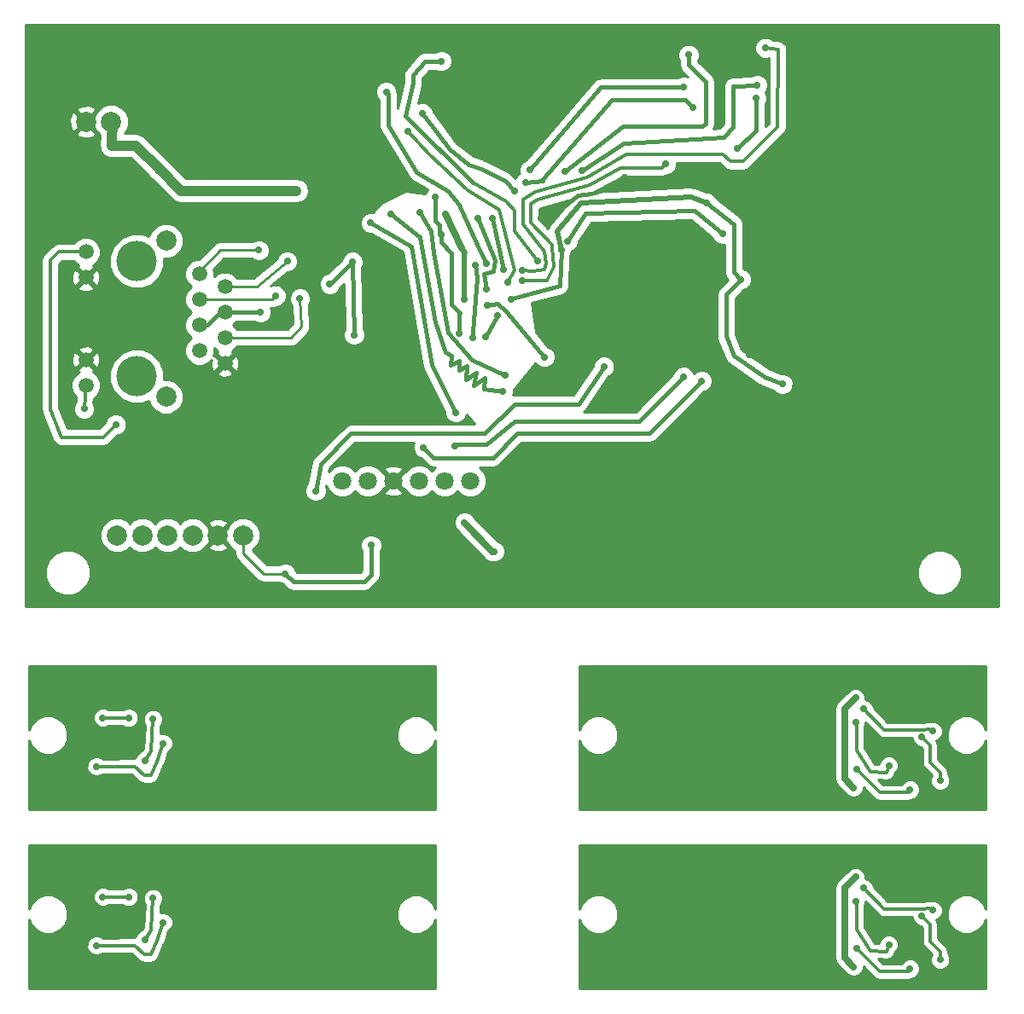
<source format=gbl>
G04 #@! TF.FileFunction,Copper,L2,Bot,Signal*
%FSLAX46Y46*%
G04 Gerber Fmt 4.6, Leading zero omitted, Abs format (unit mm)*
G04 Created by KiCad (PCBNEW (2015-08-20 BZR 6109)-product) date Sat 26 Dec 2015 10:38:53 PM PST*
%MOMM*%
G01*
G04 APERTURE LIST*
%ADD10C,0.150000*%
%ADD11C,1.800000*%
%ADD12C,2.000000*%
%ADD13C,0.600000*%
%ADD14R,2.499360X2.499360*%
%ADD15R,7.150000X7.150000*%
%ADD16C,1.500000*%
%ADD17C,4.000000*%
%ADD18C,0.700000*%
%ADD19C,0.500000*%
%ADD20C,1.000000*%
%ADD21C,0.700000*%
%ADD22C,0.400000*%
%ADD23C,0.250000*%
%ADD24C,0.350000*%
%ADD25C,0.300000*%
%ADD26C,0.254000*%
G04 APERTURE END LIST*
D10*
D11*
X63889680Y-64200000D03*
X66429680Y-64200000D03*
X53750000Y-64200000D03*
X56290000Y-64200000D03*
X61359840Y-64200000D03*
X58819840Y-64200000D03*
D12*
X28325000Y-28550000D03*
X30825000Y-28550000D03*
X38900000Y-69600000D03*
X36400000Y-69600000D03*
X43900000Y-69600000D03*
X41400000Y-69600000D03*
X31400000Y-69600000D03*
X33900000Y-69600000D03*
D13*
X59010000Y-45730000D03*
X58248000Y-44968000D03*
X58248000Y-46492000D03*
X59772000Y-44968000D03*
X59772000Y-46492000D03*
D14*
X59010000Y-45730000D03*
D15*
X80660000Y-46490000D03*
D13*
X77860000Y-49490000D03*
X78360000Y-48490000D03*
X77860000Y-47490000D03*
X78360000Y-46490000D03*
X77860000Y-45490000D03*
X78360000Y-44490000D03*
X77860000Y-43490000D03*
X78860000Y-49490000D03*
X79360000Y-48490000D03*
X78860000Y-47490000D03*
X79360000Y-46490000D03*
X78860000Y-45490000D03*
X79360000Y-44490000D03*
X78860000Y-43490000D03*
X79860000Y-49490000D03*
X80360000Y-48490000D03*
X79860000Y-47490000D03*
X80360000Y-46490000D03*
X79860000Y-45490000D03*
X80360000Y-44490000D03*
X79860000Y-43490000D03*
X80860000Y-49490000D03*
X81360000Y-48490000D03*
X80860000Y-47490000D03*
X81360000Y-46490000D03*
X80860000Y-45490000D03*
X81360000Y-44490000D03*
X80860000Y-43490000D03*
X81860000Y-49490000D03*
X82360000Y-48490000D03*
X81860000Y-47490000D03*
X82360000Y-46490000D03*
X81860000Y-45490000D03*
X82360000Y-44490000D03*
X81860000Y-43490000D03*
X82860000Y-49490000D03*
X83360000Y-48490000D03*
X82860000Y-47490000D03*
X83360000Y-46490000D03*
X82860000Y-45490000D03*
X83360000Y-44490000D03*
X82860000Y-43490000D03*
D16*
X28300000Y-41475000D03*
X28300000Y-44015000D03*
X28300000Y-52185000D03*
X28300000Y-54725000D03*
X39550000Y-43660000D03*
X39550000Y-48730000D03*
X39550000Y-46200000D03*
X39550000Y-51270000D03*
X42090000Y-44920000D03*
X42090000Y-50000000D03*
X42090000Y-47460000D03*
D17*
X33332080Y-53815000D03*
X33332080Y-42385000D03*
D12*
X36250000Y-40355000D03*
X36250000Y-55845000D03*
D16*
X42090000Y-52540000D03*
D18*
X35575000Y-33275000D03*
X68825000Y-71200000D03*
X65875000Y-68325000D03*
X97400000Y-54600000D03*
X49200000Y-35400000D03*
X75450000Y-41250000D03*
X70500000Y-46150000D03*
X64000000Y-37700000D03*
X65600000Y-41100000D03*
X65822000Y-46188000D03*
X89900000Y-36600000D03*
X93296778Y-44200104D03*
X60250000Y-29500000D03*
X70125000Y-44500000D03*
X71600000Y-44300000D03*
X85850000Y-32750000D03*
X71600000Y-43300000D03*
X95725000Y-21225000D03*
X52500000Y-44650000D03*
X45625000Y-47475000D03*
X54910000Y-49700000D03*
X54770000Y-42470000D03*
X76100000Y-40400000D03*
X91500000Y-39700000D03*
X63530362Y-39760362D03*
X63000000Y-36000000D03*
X65350000Y-49550000D03*
X68100000Y-46750000D03*
X73800000Y-51900000D03*
X23952025Y-29091471D03*
X23858435Y-70964905D03*
X57100000Y-52900000D03*
X40250000Y-58100000D03*
X34200000Y-37875000D03*
X73500000Y-38100000D03*
X81750000Y-34100000D03*
X53300000Y-58100000D03*
X96600000Y-31100000D03*
X80300000Y-38800000D03*
X85800000Y-20900000D03*
X86700000Y-38700000D03*
X57800000Y-20300000D03*
X96000000Y-37600000D03*
X94200000Y-49200000D03*
X94100000Y-51700000D03*
X96100000Y-55900000D03*
X84700000Y-54400000D03*
X82600000Y-55400000D03*
X80200000Y-54625000D03*
X91300000Y-55300000D03*
X63100000Y-57000000D03*
X54500000Y-37200000D03*
X66900000Y-31300000D03*
X51100000Y-48100000D03*
X93500000Y-46100000D03*
X38290000Y-94670000D03*
X29450000Y-84950000D03*
X30320000Y-94290000D03*
X32140000Y-94720000D03*
X38290000Y-112450000D03*
X29450000Y-102730000D03*
X30320000Y-112070000D03*
X32140000Y-112500000D03*
X110960000Y-90950000D03*
X106260000Y-91350000D03*
X110460000Y-87850000D03*
X113508160Y-91801840D03*
X107860000Y-87650000D03*
X113160000Y-84850000D03*
X103460000Y-84150000D03*
X110960000Y-108730000D03*
X106260000Y-109130000D03*
X110460000Y-105630000D03*
X113508160Y-109581840D03*
X107860000Y-105430000D03*
X113160000Y-102630000D03*
X103460000Y-101930000D03*
X31275000Y-58600000D03*
X64900000Y-60700000D03*
X87600000Y-53900000D03*
X61800000Y-60900000D03*
X89400000Y-54300000D03*
X61700000Y-27700000D03*
X70800000Y-35400000D03*
X94900000Y-24900000D03*
X77550000Y-33400000D03*
X113060000Y-93950000D03*
X111260000Y-89650000D03*
X113060000Y-111730000D03*
X111260000Y-107430000D03*
X71900000Y-34600000D03*
X88500000Y-27100000D03*
X56600000Y-70600000D03*
X48100000Y-73400000D03*
X49525000Y-46100000D03*
X47125000Y-45825000D03*
X72350000Y-33350000D03*
X87600000Y-25100000D03*
X58100000Y-25565000D03*
X68000000Y-42600000D03*
X94800000Y-26200000D03*
X92900000Y-31200000D03*
X75800000Y-33450000D03*
X88100000Y-21900000D03*
X73100000Y-42350000D03*
X63575000Y-22525000D03*
X48275000Y-42400000D03*
X45450000Y-41300000D03*
X28125000Y-57050000D03*
X67200000Y-38100000D03*
X68050000Y-45150000D03*
X51100000Y-65200000D03*
X79700000Y-52850000D03*
X68600000Y-38100000D03*
X69760000Y-43250000D03*
X69860000Y-53720000D03*
X61400000Y-37500000D03*
X69670000Y-55300000D03*
X58530000Y-37700000D03*
X65000000Y-57400000D03*
X56550000Y-38590000D03*
X67950000Y-49900000D03*
X69100000Y-47800000D03*
X66700000Y-50000000D03*
X66900000Y-42800000D03*
X34950000Y-87850000D03*
X34150000Y-91950000D03*
X34950000Y-105630000D03*
X34150000Y-109730000D03*
X104760000Y-92850000D03*
X110060000Y-94850000D03*
X104760000Y-110630000D03*
X110060000Y-112630000D03*
X35950000Y-90250000D03*
X29350000Y-92550000D03*
X35950000Y-108030000D03*
X29350000Y-110330000D03*
X107960000Y-92450000D03*
X104660000Y-88150000D03*
X107960000Y-110230000D03*
X104660000Y-105930000D03*
X29980000Y-87710000D03*
X32550000Y-87730000D03*
X29980000Y-105490000D03*
X32550000Y-105510000D03*
X104660000Y-85750000D03*
X104460000Y-94650000D03*
X104660000Y-103530000D03*
X104460000Y-112430000D03*
X112360000Y-89050000D03*
X105460000Y-86850000D03*
X112360000Y-106830000D03*
X105460000Y-104630000D03*
D19*
X65822000Y-46188000D02*
X65822000Y-41578000D01*
X65822000Y-41578000D02*
X65900000Y-41500000D01*
X65900000Y-41500000D02*
X65600000Y-41200000D01*
X65600000Y-41200000D02*
X65600000Y-41100000D01*
D20*
X35575000Y-33275000D02*
X35600000Y-33250000D01*
X30845000Y-30930000D02*
X33280000Y-30930000D01*
X37750000Y-35400000D02*
X42100000Y-35400000D01*
X33280000Y-30930000D02*
X35600000Y-33250000D01*
X35600000Y-33250000D02*
X37750000Y-35400000D01*
X30950000Y-28300000D02*
X30845000Y-30930000D01*
D21*
X68625000Y-71200000D02*
X68825000Y-71200000D01*
X65875000Y-68325000D02*
X68625000Y-71200000D01*
D22*
X91800000Y-49800000D02*
X91800000Y-45696882D01*
X95600000Y-53852632D02*
X92600000Y-51800000D01*
X97400000Y-54600000D02*
X95600000Y-53852632D01*
X92600000Y-51800000D02*
X91800000Y-49800000D01*
X93296778Y-44200104D02*
X91800000Y-45696882D01*
D20*
X42100000Y-35400000D02*
X49200000Y-35400000D01*
D22*
X75300000Y-44850000D02*
X75450000Y-41250000D01*
X70550000Y-46100000D02*
X75300000Y-44850000D01*
D23*
X70500000Y-46150000D02*
X70550000Y-46100000D01*
D21*
X64000000Y-37700000D02*
X65600000Y-41100000D01*
D22*
X89900000Y-36600000D02*
X92600000Y-38700000D01*
X92600000Y-43503326D02*
X93296778Y-44200104D01*
X92600000Y-43503326D02*
X92600000Y-38700000D01*
D19*
X75450000Y-41250000D02*
X75100000Y-39400000D01*
X88400000Y-36000000D02*
X89900000Y-36600000D01*
X77400000Y-36600000D02*
X88400000Y-36000000D01*
X75100000Y-39400000D02*
X77400000Y-36600000D01*
D24*
X66200000Y-35300000D02*
X62330861Y-31775697D01*
X62330861Y-31775697D02*
X60250000Y-29500000D01*
X70800000Y-43300000D02*
X69350000Y-37300000D01*
X70125000Y-44500000D02*
X70800000Y-43300000D01*
X69350000Y-37300000D02*
X66200000Y-35300000D01*
D25*
X74550000Y-41050000D02*
X74550000Y-40750000D01*
X74700000Y-43000000D02*
X74550000Y-41050000D01*
X71600000Y-44300000D02*
X74050000Y-44300000D01*
X74050000Y-44300000D02*
X74700000Y-43000000D01*
D24*
X85500000Y-33100000D02*
X85850000Y-32750000D01*
D25*
X81350000Y-33100000D02*
X85500000Y-33100000D01*
X78250000Y-34800000D02*
X81350000Y-33100000D01*
X73100000Y-36300000D02*
X78250000Y-34800000D01*
X72400000Y-36700000D02*
X73100000Y-36300000D01*
X72400000Y-38600000D02*
X72400000Y-36700000D01*
X74550000Y-40750000D02*
X72400000Y-38600000D01*
X81900000Y-31750000D02*
X91500000Y-31750000D01*
X71700000Y-36300000D02*
X72850000Y-35500000D01*
X72850000Y-35500000D02*
X78050000Y-34100000D01*
X78050000Y-34100000D02*
X81900000Y-31750000D01*
X73800000Y-41400000D02*
X71700000Y-38750000D01*
X74000000Y-42600000D02*
X73800000Y-41400000D01*
X73800000Y-43250000D02*
X74000000Y-42600000D01*
X72700000Y-43400000D02*
X73800000Y-43250000D01*
X71600000Y-43300000D02*
X72700000Y-43400000D01*
X71700000Y-38750000D02*
X71700000Y-36300000D01*
D24*
X96950000Y-29050000D02*
X96975000Y-21375000D01*
X96975000Y-21375000D02*
X95725000Y-21225000D01*
D25*
X93500000Y-32500000D02*
X96950000Y-29050000D01*
X92250000Y-32500000D02*
X93500000Y-32500000D01*
X91500000Y-31750000D02*
X92250000Y-32500000D01*
D22*
X53915000Y-43325000D02*
X54770000Y-42470000D01*
X52525000Y-44625000D02*
X53915000Y-43325000D01*
D23*
X52500000Y-44650000D02*
X52525000Y-44625000D01*
D22*
X42090000Y-47460000D02*
X41615000Y-47460000D01*
X41615000Y-47460000D02*
X40345000Y-48730000D01*
X40345000Y-48730000D02*
X39550000Y-48730000D01*
X45610000Y-47460000D02*
X42090000Y-47460000D01*
D23*
X45625000Y-47475000D02*
X45610000Y-47460000D01*
D22*
X54770000Y-42470000D02*
X54910000Y-49700000D01*
X91500000Y-39700000D02*
X88700000Y-37400000D01*
X88700000Y-37400000D02*
X77900000Y-37600000D01*
X77900000Y-37600000D02*
X76100000Y-40400000D01*
X65400000Y-47500000D02*
X65350000Y-47550000D01*
X65350000Y-47550000D02*
X65350000Y-49550000D01*
X64600000Y-46700000D02*
X65400000Y-47500000D01*
X64600000Y-41600000D02*
X64600000Y-46700000D01*
X63530362Y-40530362D02*
X64600000Y-41600000D01*
X63530362Y-39760362D02*
X63530362Y-40530362D01*
X63000000Y-36000000D02*
X63000000Y-38400000D01*
X63000000Y-38400000D02*
X63400000Y-38800000D01*
X63400000Y-38800000D02*
X63400000Y-39630000D01*
X63400000Y-39630000D02*
X63530362Y-39760362D01*
X73800000Y-51900000D02*
X69950000Y-47341954D01*
X69950000Y-47341954D02*
X69100000Y-46600000D01*
X69100000Y-46600000D02*
X68100000Y-46750000D01*
D25*
X23457051Y-29091471D02*
X23952025Y-29091471D01*
X57100000Y-52900000D02*
X58300000Y-54100000D01*
X40275000Y-58125000D02*
X40275000Y-58150000D01*
X40250000Y-58100000D02*
X40275000Y-58125000D01*
D20*
X34200000Y-37875000D02*
X34200000Y-37850000D01*
D22*
X81750000Y-34100000D02*
X80552038Y-34987701D01*
X74300000Y-38100000D02*
X73500000Y-38100000D01*
X77098162Y-35824756D02*
X74300000Y-38100000D01*
X78421309Y-35638810D02*
X77098162Y-35824756D01*
X80552038Y-34987701D02*
X78421309Y-35638810D01*
X80200000Y-54625000D02*
X80280000Y-54665000D01*
D23*
X91300000Y-55300000D02*
X91300000Y-55200000D01*
D19*
X54500000Y-37200000D02*
X54500000Y-37100000D01*
D20*
X66900000Y-31300000D02*
X66950000Y-31250000D01*
D21*
X51100000Y-48100000D02*
X51100000Y-48130000D01*
D23*
X93500000Y-46100000D02*
X93500000Y-46080000D01*
D25*
X32140000Y-94720000D02*
X32040000Y-94820000D01*
X32140000Y-112500000D02*
X32040000Y-112600000D01*
X106260000Y-91350000D02*
X106260000Y-91250000D01*
D21*
X113460000Y-91750000D02*
X113460000Y-91753680D01*
X113460000Y-91753680D02*
X113508160Y-91801840D01*
D25*
X106260000Y-109130000D02*
X106260000Y-109030000D01*
D21*
X113460000Y-109530000D02*
X113460000Y-109533680D01*
X113460000Y-109533680D02*
X113508160Y-109581840D01*
D25*
X25625000Y-41450000D02*
X28300000Y-41475000D01*
X24750000Y-42325000D02*
X25625000Y-41450000D01*
X24750000Y-57100000D02*
X24750000Y-42325000D01*
X25875000Y-59875000D02*
X24750000Y-57100000D01*
X30000000Y-59875000D02*
X25875000Y-59875000D01*
X31275000Y-58600000D02*
X30000000Y-59875000D01*
D23*
X65000000Y-60600000D02*
X64900000Y-60700000D01*
D22*
X68000000Y-60600000D02*
X65000000Y-60600000D01*
X70800000Y-58300000D02*
X68000000Y-60600000D01*
X83200000Y-58300000D02*
X70800000Y-58300000D01*
X87600000Y-53900000D02*
X83200000Y-58300000D01*
X62800000Y-61900000D02*
X61800000Y-60900000D01*
X68700000Y-61900000D02*
X62800000Y-61900000D01*
X71100000Y-59500000D02*
X68700000Y-61900000D01*
X84200000Y-59500000D02*
X71100000Y-59500000D01*
X89400000Y-54300000D02*
X84200000Y-59500000D01*
X61700000Y-27700000D02*
X64400000Y-31300000D01*
X67500000Y-33200000D02*
X69900000Y-34400000D01*
X66300000Y-32800000D02*
X67500000Y-33200000D01*
X64400000Y-31300000D02*
X66300000Y-32800000D01*
X69900000Y-34400000D02*
X70800000Y-35400000D01*
X92500000Y-29100000D02*
X92520548Y-29100000D01*
X92500000Y-25000000D02*
X94900000Y-24900000D01*
X92520548Y-29100000D02*
X92500000Y-25000000D01*
X91600000Y-30100000D02*
X92500000Y-29100000D01*
X92500000Y-29100000D02*
X92537671Y-29082877D01*
X81700000Y-30700000D02*
X91600000Y-30100000D01*
X77550000Y-33400000D02*
X81700000Y-30700000D01*
D25*
X113060000Y-93150000D02*
X113060000Y-93950000D01*
X112060000Y-92150000D02*
X113060000Y-93150000D01*
X112060000Y-90450000D02*
X112060000Y-92150000D01*
X111260000Y-89650000D02*
X112060000Y-90450000D01*
X113060000Y-110930000D02*
X113060000Y-111730000D01*
X112060000Y-109930000D02*
X113060000Y-110930000D01*
X112060000Y-108230000D02*
X112060000Y-109930000D01*
X111260000Y-107430000D02*
X112060000Y-108230000D01*
D22*
X73625000Y-34425000D02*
X73625000Y-34279337D01*
X71900000Y-34600000D02*
X73625000Y-34425000D01*
X87800000Y-26400000D02*
X88500000Y-27100000D01*
X80500000Y-26400000D02*
X87800000Y-26400000D01*
X73625000Y-34279337D02*
X80500000Y-26400000D01*
X55900000Y-74200000D02*
X48900000Y-74200000D01*
X48900000Y-74200000D02*
X48100000Y-73400000D01*
X56600000Y-73500000D02*
X55900000Y-74200000D01*
X56600000Y-70600000D02*
X56600000Y-73500000D01*
D23*
X48100000Y-73400000D02*
X45900000Y-73400000D01*
X45900000Y-73400000D02*
X43900000Y-71400000D01*
X43900000Y-71400000D02*
X43900000Y-69600000D01*
X46925000Y-50000000D02*
X42090000Y-50000000D01*
X48650000Y-50025000D02*
X46925000Y-50000000D01*
X49675000Y-48875000D02*
X48650000Y-50025000D01*
X49525000Y-46100000D02*
X49675000Y-48875000D01*
X46750000Y-46200000D02*
X39550000Y-46200000D01*
X47125000Y-45825000D02*
X46750000Y-46200000D01*
D22*
X79400000Y-25100000D02*
X87600000Y-25100000D01*
X72350000Y-33350000D02*
X79400000Y-25100000D01*
X65300000Y-36800000D02*
X64200000Y-35400000D01*
X64200000Y-35400000D02*
X61100000Y-33550000D01*
X61100000Y-33550000D02*
X58300000Y-28900000D01*
X67300000Y-41100000D02*
X65600000Y-37400000D01*
X68000000Y-42600000D02*
X67300000Y-41100000D01*
X65600000Y-37400000D02*
X65300000Y-36800000D01*
X58300000Y-25765000D02*
X58300000Y-28900000D01*
X58300000Y-25765000D02*
X58100000Y-25565000D01*
X94800000Y-29400000D02*
X94800000Y-26200000D01*
X92900000Y-31200000D02*
X94800000Y-29400000D01*
X89800000Y-28700000D02*
X89800000Y-24600000D01*
X75800000Y-33450000D02*
X81600000Y-29000000D01*
X81600000Y-29000000D02*
X89500000Y-29000000D01*
X89500000Y-29000000D02*
X89800000Y-28700000D01*
X88100000Y-22900000D02*
X88100000Y-21900000D01*
X89800000Y-24600000D02*
X88100000Y-22900000D01*
X60748160Y-24700000D02*
X60748160Y-23900000D01*
D24*
X73100000Y-42350000D02*
X70800000Y-39400000D01*
X70800000Y-39400000D02*
X70800000Y-37400000D01*
X70800000Y-37400000D02*
X69950000Y-36450000D01*
X69950000Y-36450000D02*
X66700000Y-34550000D01*
D22*
X66700000Y-34550000D02*
X60000000Y-28000000D01*
X60000000Y-28000000D02*
X60748160Y-24700000D01*
X61925000Y-22525000D02*
X63575000Y-22525000D01*
X60748160Y-23900000D02*
X61925000Y-22525000D01*
D23*
X45230000Y-44920000D02*
X42090000Y-44920000D01*
X48275000Y-42400000D02*
X45230000Y-44920000D01*
X39550000Y-43375000D02*
X39550000Y-43660000D01*
X41625000Y-41300000D02*
X39550000Y-43375000D01*
X45450000Y-41300000D02*
X41625000Y-41300000D01*
X39200000Y-69900000D02*
X38900000Y-69600000D01*
D25*
X28125000Y-57050000D02*
X28300000Y-54725000D01*
D22*
X67200000Y-38100000D02*
X68900000Y-42300000D01*
X68900000Y-42300000D02*
X68700000Y-43350000D01*
X68700000Y-43350000D02*
X67800000Y-43650000D01*
X67800000Y-43650000D02*
X68050000Y-45150000D01*
X51600000Y-62500000D02*
X51100000Y-65200000D01*
X54600000Y-59500000D02*
X51600000Y-62500000D01*
X67900000Y-59500000D02*
X54600000Y-59500000D01*
X70800000Y-56600000D02*
X67900000Y-59500000D01*
X77200000Y-56600000D02*
X70800000Y-56600000D01*
X79700000Y-52850000D02*
X77200000Y-56600000D01*
X69760000Y-43250000D02*
X68600000Y-38100000D01*
X69860000Y-53720000D02*
X66570000Y-52220000D01*
X66570000Y-52220000D02*
X64190000Y-49510000D01*
X64190000Y-49510000D02*
X62770000Y-41520000D01*
X62500000Y-39370000D02*
X61400000Y-37500000D01*
X62770000Y-41520000D02*
X62500000Y-39370000D01*
X69670000Y-55300000D02*
X67770000Y-55050000D01*
X67770000Y-55050000D02*
X67890000Y-53980000D01*
X67890000Y-53980000D02*
X66800000Y-54700000D01*
X66800000Y-54700000D02*
X67000000Y-53500000D01*
X67000000Y-53500000D02*
X66000000Y-54100000D01*
X66000000Y-54100000D02*
X66110000Y-52770000D01*
X66110000Y-52770000D02*
X65360000Y-53240000D01*
X65360000Y-53240000D02*
X65290000Y-52260000D01*
X65290000Y-52260000D02*
X64500000Y-52700000D01*
X64500000Y-52700000D02*
X64600000Y-51800000D01*
X64600000Y-51800000D02*
X64000000Y-51400000D01*
X64000000Y-51400000D02*
X62970000Y-48460000D01*
X61470000Y-39990000D02*
X58530000Y-37700000D01*
X62970000Y-48460000D02*
X61470000Y-39990000D01*
X65000000Y-57400000D02*
X62610000Y-52730000D01*
X62610000Y-52730000D02*
X60600000Y-40890000D01*
X60600000Y-40890000D02*
X56550000Y-38590000D01*
X67950000Y-49900000D02*
X69100000Y-47800000D01*
X66900000Y-42800000D02*
X66910000Y-42686441D01*
X66910000Y-42686441D02*
X67100000Y-44100000D01*
X67100000Y-44100000D02*
X66700000Y-49364407D01*
X66700000Y-49364407D02*
X66700000Y-50000000D01*
D25*
X34800000Y-91050000D02*
X34950000Y-87850000D01*
X34150000Y-91950000D02*
X34800000Y-91050000D01*
X34800000Y-108830000D02*
X34950000Y-105630000D01*
X34150000Y-109730000D02*
X34800000Y-108830000D01*
X107060000Y-95150000D02*
X104760000Y-92850000D01*
X109960000Y-95150000D02*
X107060000Y-95150000D01*
X110060000Y-94850000D02*
X109960000Y-95150000D01*
X107060000Y-112930000D02*
X104760000Y-110630000D01*
X109960000Y-112930000D02*
X107060000Y-112930000D01*
X110060000Y-112630000D02*
X109960000Y-112930000D01*
X35350000Y-92050000D02*
X35950000Y-90250000D01*
X34750000Y-93450000D02*
X35350000Y-92050000D01*
X34050000Y-93450000D02*
X34750000Y-93450000D01*
X29350000Y-92550000D02*
X33141578Y-92539836D01*
X33141578Y-92539836D02*
X34050000Y-93450000D01*
X35350000Y-109830000D02*
X35950000Y-108030000D01*
X34750000Y-111230000D02*
X35350000Y-109830000D01*
X34050000Y-111230000D02*
X34750000Y-111230000D01*
X29350000Y-110330000D02*
X33141578Y-110319836D01*
X33141578Y-110319836D02*
X34050000Y-111230000D01*
X107760000Y-93150000D02*
X107960000Y-92450000D01*
X104760000Y-90950000D02*
X106160000Y-93050000D01*
X106160000Y-93050000D02*
X107760000Y-93150000D01*
X104760000Y-88250000D02*
X104760000Y-90950000D01*
X104760000Y-90950000D02*
X104760000Y-90950000D01*
X104660000Y-88150000D02*
X104760000Y-88250000D01*
X107760000Y-110930000D02*
X107960000Y-110230000D01*
X104760000Y-108730000D02*
X106160000Y-110830000D01*
X106160000Y-110830000D02*
X107760000Y-110930000D01*
X104760000Y-106030000D02*
X104760000Y-108730000D01*
X104760000Y-108730000D02*
X104760000Y-108730000D01*
X104660000Y-105930000D02*
X104760000Y-106030000D01*
X32530000Y-87710000D02*
X29980000Y-87710000D01*
X32550000Y-87730000D02*
X32530000Y-87710000D01*
X32530000Y-105490000D02*
X29980000Y-105490000D01*
X32550000Y-105510000D02*
X32530000Y-105490000D01*
D21*
X103560000Y-86850000D02*
X104660000Y-85750000D01*
X103560000Y-93750000D02*
X103560000Y-86850000D01*
X104460000Y-94650000D02*
X103560000Y-93750000D01*
X103560000Y-104630000D02*
X104660000Y-103530000D01*
X103560000Y-111530000D02*
X103560000Y-104630000D01*
X104460000Y-112430000D02*
X103560000Y-111530000D01*
D25*
X111960000Y-88850000D02*
X112360000Y-89050000D01*
X111335000Y-88950000D02*
X111960000Y-88850000D01*
X107535000Y-88950000D02*
X111335000Y-88950000D01*
X105460000Y-86850000D02*
X107535000Y-88950000D01*
X111960000Y-106630000D02*
X112360000Y-106830000D01*
X111335000Y-106730000D02*
X111960000Y-106630000D01*
X107535000Y-106730000D02*
X111335000Y-106730000D01*
X105460000Y-104630000D02*
X107535000Y-106730000D01*
D26*
G36*
X118873000Y-76673000D02*
X22327000Y-76673000D01*
X22327000Y-73741034D01*
X24272614Y-73741034D01*
X24610940Y-74559846D01*
X25236858Y-75186858D01*
X26055079Y-75526613D01*
X26941034Y-75527386D01*
X27759846Y-75189060D01*
X28386858Y-74563142D01*
X28726613Y-73744921D01*
X28727386Y-72858966D01*
X28389060Y-72040154D01*
X27763142Y-71413142D01*
X26944921Y-71073387D01*
X26058966Y-71072614D01*
X25240154Y-71410940D01*
X24613142Y-72036858D01*
X24273387Y-72855079D01*
X24272614Y-73741034D01*
X22327000Y-73741034D01*
X22327000Y-69942014D01*
X29672701Y-69942014D01*
X29935067Y-70576989D01*
X30420456Y-71063226D01*
X31054971Y-71326700D01*
X31742014Y-71327299D01*
X32376989Y-71064933D01*
X32650050Y-70792348D01*
X32920456Y-71063226D01*
X33554971Y-71326700D01*
X34242014Y-71327299D01*
X34876989Y-71064933D01*
X35150050Y-70792348D01*
X35420456Y-71063226D01*
X36054971Y-71326700D01*
X36742014Y-71327299D01*
X37376989Y-71064933D01*
X37650050Y-70792348D01*
X37920456Y-71063226D01*
X38554971Y-71326700D01*
X39242014Y-71327299D01*
X39876989Y-71064933D01*
X40189935Y-70752532D01*
X40427073Y-70752532D01*
X40525736Y-71019387D01*
X41135461Y-71245908D01*
X41785460Y-71221856D01*
X42274264Y-71019387D01*
X42372927Y-70752532D01*
X41400000Y-69779605D01*
X40427073Y-70752532D01*
X40189935Y-70752532D01*
X40363226Y-70579544D01*
X40450124Y-70370271D01*
X41220395Y-69600000D01*
X41579605Y-69600000D01*
X42349496Y-70369891D01*
X42435067Y-70576989D01*
X42920456Y-71063226D01*
X43048000Y-71116187D01*
X43048000Y-71400000D01*
X43112855Y-71726046D01*
X43297545Y-72002455D01*
X45297545Y-74002455D01*
X45573954Y-74187145D01*
X45900000Y-74252000D01*
X47428733Y-74252000D01*
X47489132Y-74312504D01*
X47852349Y-74463325D01*
X48244512Y-74855488D01*
X48545253Y-75056437D01*
X48900000Y-75127000D01*
X55900000Y-75127000D01*
X56254748Y-75056436D01*
X56555488Y-74855488D01*
X57255488Y-74155488D01*
X57357741Y-74002455D01*
X57456436Y-73854748D01*
X57479055Y-73741034D01*
X110772614Y-73741034D01*
X111110940Y-74559846D01*
X111736858Y-75186858D01*
X112555079Y-75526613D01*
X113441034Y-75527386D01*
X114259846Y-75189060D01*
X114886858Y-74563142D01*
X115226613Y-73744921D01*
X115227386Y-72858966D01*
X114889060Y-72040154D01*
X114263142Y-71413142D01*
X113444921Y-71073387D01*
X112558966Y-71072614D01*
X111740154Y-71410940D01*
X111113142Y-72036858D01*
X110773387Y-72855079D01*
X110772614Y-73741034D01*
X57479055Y-73741034D01*
X57527000Y-73500000D01*
X57527000Y-71175958D01*
X57676813Y-70815168D01*
X57677187Y-70386711D01*
X57513569Y-69990725D01*
X57210868Y-69687496D01*
X56815168Y-69523187D01*
X56386711Y-69522813D01*
X55990725Y-69686431D01*
X55687496Y-69989132D01*
X55523187Y-70384832D01*
X55522813Y-70813289D01*
X55673000Y-71176769D01*
X55673000Y-73116024D01*
X55516024Y-73273000D01*
X49283976Y-73273000D01*
X49162752Y-73151776D01*
X49013569Y-72790725D01*
X48710868Y-72487496D01*
X48315168Y-72323187D01*
X47886711Y-72322813D01*
X47490725Y-72486431D01*
X47429049Y-72548000D01*
X46252910Y-72548000D01*
X44801171Y-71096261D01*
X44876989Y-71064933D01*
X45363226Y-70579544D01*
X45626700Y-69945029D01*
X45627299Y-69257986D01*
X45364933Y-68623011D01*
X45280359Y-68538289D01*
X64797813Y-68538289D01*
X64961431Y-68934275D01*
X65104676Y-69077770D01*
X67846715Y-71944447D01*
X67856683Y-71951433D01*
X67863446Y-71961554D01*
X68028391Y-72071766D01*
X68190846Y-72185616D01*
X68202729Y-72188255D01*
X68212850Y-72195018D01*
X68407418Y-72233720D01*
X68601073Y-72276734D01*
X68607092Y-72275675D01*
X68609832Y-72276813D01*
X68624123Y-72276825D01*
X68625000Y-72277000D01*
X68824061Y-72277000D01*
X69038289Y-72277187D01*
X69434275Y-72113569D01*
X69737504Y-71810868D01*
X69901813Y-71415168D01*
X69902187Y-70986711D01*
X69738569Y-70590725D01*
X69435868Y-70287496D01*
X69115154Y-70154324D01*
X66793124Y-67726748D01*
X66788569Y-67715725D01*
X66485868Y-67412496D01*
X66090168Y-67248187D01*
X65661711Y-67247813D01*
X65265725Y-67411431D01*
X64962496Y-67714132D01*
X64798187Y-68109832D01*
X64797813Y-68538289D01*
X45280359Y-68538289D01*
X44879544Y-68136774D01*
X44245029Y-67873300D01*
X43557986Y-67872701D01*
X42923011Y-68135067D01*
X42436774Y-68620456D01*
X42349876Y-68829729D01*
X41579605Y-69600000D01*
X41220395Y-69600000D01*
X40450504Y-68830109D01*
X40364933Y-68623011D01*
X40189697Y-68447468D01*
X40427073Y-68447468D01*
X41400000Y-69420395D01*
X42372927Y-68447468D01*
X42274264Y-68180613D01*
X41664539Y-67954092D01*
X41014540Y-67978144D01*
X40525736Y-68180613D01*
X40427073Y-68447468D01*
X40189697Y-68447468D01*
X39879544Y-68136774D01*
X39245029Y-67873300D01*
X38557986Y-67872701D01*
X37923011Y-68135067D01*
X37649950Y-68407652D01*
X37379544Y-68136774D01*
X36745029Y-67873300D01*
X36057986Y-67872701D01*
X35423011Y-68135067D01*
X35149950Y-68407652D01*
X34879544Y-68136774D01*
X34245029Y-67873300D01*
X33557986Y-67872701D01*
X32923011Y-68135067D01*
X32649950Y-68407652D01*
X32379544Y-68136774D01*
X31745029Y-67873300D01*
X31057986Y-67872701D01*
X30423011Y-68135067D01*
X29936774Y-68620456D01*
X29673300Y-69254971D01*
X29672701Y-69942014D01*
X22327000Y-69942014D01*
X22327000Y-65413289D01*
X50022813Y-65413289D01*
X50186431Y-65809275D01*
X50489132Y-66112504D01*
X50884832Y-66276813D01*
X51313289Y-66277187D01*
X51709275Y-66113569D01*
X52012504Y-65810868D01*
X52176813Y-65415168D01*
X52177187Y-64986711D01*
X52111637Y-64828068D01*
X52154178Y-64598349D01*
X52369892Y-65120418D01*
X52827175Y-65578499D01*
X53424950Y-65826717D01*
X54072211Y-65827282D01*
X54670418Y-65580108D01*
X55020208Y-65230927D01*
X55367175Y-65578499D01*
X55964950Y-65826717D01*
X56612211Y-65827282D01*
X57210418Y-65580108D01*
X57510890Y-65280159D01*
X57919286Y-65280159D01*
X58005692Y-65536643D01*
X58579176Y-65746458D01*
X59189300Y-65720839D01*
X59633988Y-65536643D01*
X59720394Y-65280159D01*
X58819840Y-64379605D01*
X57919286Y-65280159D01*
X57510890Y-65280159D01*
X57668499Y-65122825D01*
X57685347Y-65082250D01*
X57739681Y-65100554D01*
X58640235Y-64200000D01*
X57739681Y-63299446D01*
X57685814Y-63317593D01*
X57670108Y-63279582D01*
X57510646Y-63119841D01*
X57919286Y-63119841D01*
X58819840Y-64020395D01*
X59720394Y-63119841D01*
X59633988Y-62863357D01*
X59060504Y-62653542D01*
X58450380Y-62679161D01*
X58005692Y-62863357D01*
X57919286Y-63119841D01*
X57510646Y-63119841D01*
X57212825Y-62821501D01*
X56615050Y-62573283D01*
X55967789Y-62572718D01*
X55369582Y-62819892D01*
X55019792Y-63169073D01*
X54672825Y-62821501D01*
X54075050Y-62573283D01*
X53427789Y-62572718D01*
X52829582Y-62819892D01*
X52405039Y-63243695D01*
X52459075Y-62951901D01*
X54983976Y-60427000D01*
X60830248Y-60427000D01*
X60723187Y-60684832D01*
X60722813Y-61113289D01*
X60886431Y-61509275D01*
X61189132Y-61812504D01*
X61552349Y-61963325D01*
X62144512Y-62555488D01*
X62445253Y-62756437D01*
X62800000Y-62827000D01*
X62962142Y-62827000D01*
X62624560Y-63163993D01*
X62282665Y-62821501D01*
X61684890Y-62573283D01*
X61037629Y-62572718D01*
X60439422Y-62819892D01*
X59981341Y-63277175D01*
X59963246Y-63320753D01*
X59899999Y-63299446D01*
X58999445Y-64200000D01*
X59899999Y-65100554D01*
X59962785Y-65079402D01*
X59979732Y-65120418D01*
X60437015Y-65578499D01*
X61034790Y-65826717D01*
X61682051Y-65827282D01*
X62280258Y-65580108D01*
X62624960Y-65236007D01*
X62966855Y-65578499D01*
X63564630Y-65826717D01*
X64211891Y-65827282D01*
X64810098Y-65580108D01*
X65159888Y-65230927D01*
X65506855Y-65578499D01*
X66104630Y-65826717D01*
X66751891Y-65827282D01*
X67350098Y-65580108D01*
X67808179Y-65122825D01*
X68056397Y-64525050D01*
X68056962Y-63877789D01*
X67809788Y-63279582D01*
X67357994Y-62827000D01*
X68700000Y-62827000D01*
X69054748Y-62756436D01*
X69355488Y-62555488D01*
X71483976Y-60427000D01*
X84200000Y-60427000D01*
X84554748Y-60356436D01*
X84855488Y-60155488D01*
X89648224Y-55362752D01*
X90009275Y-55213569D01*
X90312504Y-54910868D01*
X90476813Y-54515168D01*
X90477187Y-54086711D01*
X90313569Y-53690725D01*
X90010868Y-53387496D01*
X89615168Y-53223187D01*
X89186711Y-53222813D01*
X88790725Y-53386431D01*
X88622501Y-53554362D01*
X88513569Y-53290725D01*
X88210868Y-52987496D01*
X87815168Y-52823187D01*
X87386711Y-52822813D01*
X86990725Y-52986431D01*
X86687496Y-53289132D01*
X86536675Y-53652349D01*
X82816024Y-57373000D01*
X77709159Y-57373000D01*
X77715819Y-57370233D01*
X77779971Y-57305947D01*
X77855488Y-57255488D01*
X77906479Y-57179174D01*
X77971311Y-57114207D01*
X80165452Y-53822995D01*
X80309275Y-53763569D01*
X80612504Y-53460868D01*
X80776813Y-53065168D01*
X80777187Y-52636711D01*
X80613569Y-52240725D01*
X80310868Y-51937496D01*
X79915168Y-51773187D01*
X79486711Y-51772813D01*
X79090725Y-51936431D01*
X78787496Y-52239132D01*
X78623187Y-52634832D01*
X78623048Y-52794255D01*
X76703884Y-55673000D01*
X70800000Y-55673000D01*
X70670586Y-55698742D01*
X70746813Y-55515168D01*
X70747153Y-55125287D01*
X72891691Y-52514545D01*
X73189132Y-52812504D01*
X73584832Y-52976813D01*
X74013289Y-52977187D01*
X74409275Y-52813569D01*
X74712504Y-52510868D01*
X74876813Y-52115168D01*
X74877187Y-51686711D01*
X74713569Y-51290725D01*
X74410868Y-50987496D01*
X74151821Y-50879930D01*
X72915188Y-49415871D01*
X72511475Y-46542383D01*
X75535916Y-45746478D01*
X75575392Y-45727229D01*
X75618787Y-45720462D01*
X75736802Y-45648527D01*
X75861025Y-45587956D01*
X75890129Y-45555067D01*
X75927631Y-45532208D01*
X76009132Y-45420589D01*
X76100723Y-45317088D01*
X76115027Y-45275563D01*
X76140925Y-45240094D01*
X76173506Y-45105788D01*
X76218519Y-44975110D01*
X76215843Y-44931271D01*
X76226196Y-44888592D01*
X76351911Y-41871443D01*
X76362504Y-41860868D01*
X76526813Y-41465168D01*
X76526880Y-41388933D01*
X76709275Y-41313569D01*
X77012504Y-41010868D01*
X77176813Y-40615168D01*
X77176967Y-40438979D01*
X78412091Y-38517676D01*
X88375588Y-38333166D01*
X90486317Y-40066981D01*
X90586431Y-40309275D01*
X90889132Y-40612504D01*
X91284832Y-40776813D01*
X91673000Y-40777152D01*
X91673000Y-43503326D01*
X91743564Y-43858074D01*
X91917881Y-44118958D01*
X91944512Y-44158814D01*
X91985802Y-44200104D01*
X91144512Y-45041394D01*
X90943564Y-45342134D01*
X90873000Y-45696882D01*
X90873000Y-49800000D01*
X90907200Y-49971934D01*
X90939302Y-50144279D01*
X91739302Y-52144279D01*
X91789395Y-52221264D01*
X91823608Y-52306502D01*
X91887071Y-52371377D01*
X91936569Y-52447448D01*
X92012311Y-52499404D01*
X92076538Y-52565060D01*
X95076538Y-54617692D01*
X95164785Y-54655388D01*
X95244528Y-54708768D01*
X96512238Y-55235127D01*
X96789132Y-55512504D01*
X97184832Y-55676813D01*
X97613289Y-55677187D01*
X98009275Y-55513569D01*
X98312504Y-55210868D01*
X98476813Y-54815168D01*
X98477187Y-54386711D01*
X98313569Y-53990725D01*
X98010868Y-53687496D01*
X97615168Y-53523187D01*
X97223157Y-53522845D01*
X96044186Y-53033330D01*
X93356038Y-51194071D01*
X92727000Y-49621476D01*
X92727000Y-46080858D01*
X93545002Y-45262856D01*
X93906053Y-45113673D01*
X94209282Y-44810972D01*
X94373591Y-44415272D01*
X94373965Y-43986815D01*
X94210347Y-43590829D01*
X93907646Y-43287600D01*
X93544429Y-43136779D01*
X93527000Y-43119350D01*
X93527000Y-38700000D01*
X93515660Y-38642991D01*
X93519841Y-38585020D01*
X93480675Y-38467111D01*
X93456436Y-38345252D01*
X93424145Y-38296925D01*
X93405822Y-38241764D01*
X93324514Y-38147816D01*
X93255488Y-38044512D01*
X93207161Y-38012221D01*
X93169123Y-37968270D01*
X90902126Y-36205050D01*
X90813569Y-35990725D01*
X90510868Y-35687496D01*
X90115168Y-35523187D01*
X89838016Y-35522945D01*
X88762849Y-35092878D01*
X88742220Y-35089036D01*
X88724165Y-35078346D01*
X88555538Y-35054263D01*
X88388088Y-35023073D01*
X88367561Y-35027417D01*
X88346788Y-35024450D01*
X78705671Y-35550329D01*
X81574683Y-33977000D01*
X85374317Y-33977000D01*
X85500000Y-34002000D01*
X85845181Y-33933339D01*
X86004126Y-33827135D01*
X86063289Y-33827187D01*
X86459275Y-33663569D01*
X86762504Y-33360868D01*
X86926813Y-32965168D01*
X86927108Y-32627000D01*
X91136734Y-32627000D01*
X91629867Y-33120133D01*
X91914386Y-33310242D01*
X92250000Y-33377000D01*
X93500000Y-33377000D01*
X93835613Y-33310242D01*
X94120133Y-33120133D01*
X97480690Y-29759575D01*
X97585729Y-29689884D01*
X97782210Y-29397893D01*
X97851995Y-29052938D01*
X97876995Y-21377938D01*
X97853099Y-21255728D01*
X97843530Y-21131567D01*
X97819604Y-21084421D01*
X97809459Y-21032536D01*
X97740615Y-20928773D01*
X97684259Y-20817725D01*
X97644112Y-20783324D01*
X97614884Y-20739271D01*
X97511569Y-20669750D01*
X97417010Y-20588724D01*
X97366758Y-20572306D01*
X97322893Y-20542789D01*
X97200835Y-20518097D01*
X97082469Y-20479425D01*
X96423577Y-20400358D01*
X96335868Y-20312496D01*
X95940168Y-20148187D01*
X95511711Y-20147813D01*
X95115725Y-20311431D01*
X94812496Y-20614132D01*
X94648187Y-21009832D01*
X94647813Y-21438289D01*
X94811431Y-21834275D01*
X95114132Y-22137504D01*
X95509832Y-22301813D01*
X95938289Y-22302187D01*
X96070153Y-22247702D01*
X96049101Y-28710634D01*
X95727000Y-29032735D01*
X95727000Y-26775958D01*
X95876813Y-26415168D01*
X95877187Y-25986711D01*
X95719100Y-25604110D01*
X95812504Y-25510868D01*
X95976813Y-25115168D01*
X95977187Y-24686711D01*
X95813569Y-24290725D01*
X95510868Y-23987496D01*
X95115168Y-23823187D01*
X94686711Y-23822813D01*
X94290725Y-23986431D01*
X94279068Y-23998068D01*
X92461408Y-24073804D01*
X92301840Y-24112514D01*
X92140964Y-24145353D01*
X92126669Y-24155008D01*
X92109906Y-24159075D01*
X91977310Y-24255893D01*
X91841235Y-24347805D01*
X91831722Y-24362197D01*
X91817792Y-24372369D01*
X91732332Y-24512572D01*
X91641797Y-24649549D01*
X91638517Y-24666483D01*
X91629538Y-24681213D01*
X91604236Y-24843452D01*
X91573012Y-25004646D01*
X91591650Y-28723554D01*
X91164950Y-29197666D01*
X90535449Y-29235817D01*
X90656436Y-29054748D01*
X90727000Y-28700000D01*
X90727000Y-24600000D01*
X90656436Y-24245252D01*
X90455488Y-23944512D01*
X89027000Y-22516024D01*
X89027000Y-22475958D01*
X89176813Y-22115168D01*
X89177187Y-21686711D01*
X89013569Y-21290725D01*
X88710868Y-20987496D01*
X88315168Y-20823187D01*
X87886711Y-20822813D01*
X87490725Y-20986431D01*
X87187496Y-21289132D01*
X87023187Y-21684832D01*
X87022813Y-22113289D01*
X87173000Y-22476769D01*
X87173000Y-22900000D01*
X87243564Y-23254748D01*
X87365678Y-23437504D01*
X87444512Y-23555488D01*
X87981121Y-24092097D01*
X87815168Y-24023187D01*
X87386711Y-24022813D01*
X87023231Y-24173000D01*
X79400000Y-24173000D01*
X79363983Y-24180164D01*
X79327516Y-24175838D01*
X79187707Y-24215228D01*
X79045252Y-24243564D01*
X79014719Y-24263966D01*
X78979373Y-24273924D01*
X78865285Y-24363814D01*
X78744512Y-24444512D01*
X78724110Y-24475046D01*
X78695265Y-24497773D01*
X72004433Y-32327469D01*
X71740725Y-32436431D01*
X71437496Y-32739132D01*
X71273187Y-33134832D01*
X71272813Y-33563289D01*
X71318886Y-33674795D01*
X71290725Y-33686431D01*
X70987496Y-33989132D01*
X70921157Y-34148895D01*
X70589034Y-33779870D01*
X70450825Y-33676616D01*
X70314567Y-33570866D01*
X67914567Y-32370866D01*
X67850683Y-32353371D01*
X67793143Y-32320571D01*
X66747066Y-31971879D01*
X65069166Y-30647221D01*
X62777096Y-27591128D01*
X62777187Y-27486711D01*
X62613569Y-27090725D01*
X62310868Y-26787496D01*
X61915168Y-26623187D01*
X61486711Y-26622813D01*
X61239606Y-26724914D01*
X61652217Y-24904963D01*
X61654969Y-24801505D01*
X61675160Y-24700000D01*
X61675160Y-24242537D01*
X62351768Y-23452000D01*
X62999042Y-23452000D01*
X63359832Y-23601813D01*
X63788289Y-23602187D01*
X64184275Y-23438569D01*
X64487504Y-23135868D01*
X64651813Y-22740168D01*
X64652187Y-22311711D01*
X64488569Y-21915725D01*
X64185868Y-21612496D01*
X63790168Y-21448187D01*
X63361711Y-21447813D01*
X62998231Y-21598000D01*
X61925000Y-21598000D01*
X61889338Y-21605094D01*
X61853231Y-21600782D01*
X61713052Y-21640159D01*
X61570252Y-21668564D01*
X61540018Y-21688765D01*
X61505012Y-21698599D01*
X61390578Y-21788619D01*
X61269512Y-21869512D01*
X61249310Y-21899746D01*
X61220731Y-21922228D01*
X60043891Y-23297228D01*
X59972615Y-23424190D01*
X59891724Y-23545252D01*
X59884630Y-23580915D01*
X59866829Y-23612624D01*
X59849564Y-23757203D01*
X59821160Y-23900000D01*
X59821160Y-24596234D01*
X59227000Y-27216968D01*
X59227000Y-25765000D01*
X59222211Y-25740925D01*
X59177045Y-25513860D01*
X59177187Y-25351711D01*
X59013569Y-24955725D01*
X58710868Y-24652496D01*
X58315168Y-24488187D01*
X57886711Y-24487813D01*
X57490725Y-24651431D01*
X57187496Y-24954132D01*
X57023187Y-25349832D01*
X57022813Y-25778289D01*
X57186431Y-26174275D01*
X57373000Y-26361169D01*
X57373000Y-28900000D01*
X57386589Y-28968315D01*
X57383313Y-29037887D01*
X57421547Y-29144062D01*
X57443564Y-29254748D01*
X57482261Y-29312662D01*
X57505859Y-29378193D01*
X60305859Y-34028193D01*
X60336770Y-34062158D01*
X60356486Y-34103639D01*
X60457612Y-34194942D01*
X60549306Y-34295697D01*
X60590861Y-34315248D01*
X60624952Y-34346027D01*
X62194263Y-35282551D01*
X62087496Y-35389132D01*
X61972576Y-35665891D01*
X60065984Y-35424010D01*
X59993204Y-35436408D01*
X57593204Y-36636408D01*
X57554111Y-36666728D01*
X56804754Y-37529624D01*
X56765168Y-37513187D01*
X56336711Y-37512813D01*
X55940725Y-37676431D01*
X55637496Y-37979132D01*
X55473187Y-38374832D01*
X55472813Y-38803289D01*
X55636431Y-39199275D01*
X55939132Y-39502504D01*
X56334832Y-39666813D01*
X56569305Y-39667018D01*
X59759702Y-41478848D01*
X61696076Y-52885150D01*
X61746302Y-53016785D01*
X61784790Y-53152324D01*
X63923060Y-57330450D01*
X63922813Y-57613289D01*
X64086431Y-58009275D01*
X64389132Y-58312504D01*
X64784832Y-58476813D01*
X65213289Y-58477187D01*
X65609275Y-58313569D01*
X65912504Y-58010868D01*
X66076813Y-57615168D01*
X66076838Y-57586081D01*
X66885788Y-58573000D01*
X54600000Y-58573000D01*
X54245253Y-58643563D01*
X53944512Y-58844512D01*
X50944512Y-61844512D01*
X50890414Y-61925476D01*
X50822478Y-61995235D01*
X50790910Y-62074394D01*
X50743564Y-62145253D01*
X50724567Y-62240756D01*
X50688498Y-62331203D01*
X50289156Y-64487649D01*
X50187496Y-64589132D01*
X50023187Y-64984832D01*
X50022813Y-65413289D01*
X22327000Y-65413289D01*
X22327000Y-42325000D01*
X23873000Y-42325000D01*
X23873000Y-57100000D01*
X23905747Y-57264631D01*
X23937250Y-57429493D01*
X25062250Y-60204494D01*
X25064101Y-60207310D01*
X25064758Y-60210613D01*
X25158037Y-60350215D01*
X25250209Y-60490438D01*
X25252993Y-60492329D01*
X25254867Y-60495133D01*
X25394441Y-60588393D01*
X25533286Y-60682689D01*
X25536588Y-60683372D01*
X25539387Y-60685242D01*
X25703946Y-60717975D01*
X25868386Y-60751975D01*
X25871695Y-60751343D01*
X25875000Y-60752000D01*
X30000000Y-60752000D01*
X30335613Y-60685242D01*
X30620133Y-60495133D01*
X31438122Y-59677143D01*
X31488289Y-59677187D01*
X31884275Y-59513569D01*
X32187504Y-59210868D01*
X32351813Y-58815168D01*
X32352187Y-58386711D01*
X32188569Y-57990725D01*
X31885868Y-57687496D01*
X31490168Y-57523187D01*
X31061711Y-57522813D01*
X30665725Y-57686431D01*
X30362496Y-57989132D01*
X30198187Y-58384832D01*
X30198142Y-58436593D01*
X29636734Y-58998000D01*
X26465788Y-58998000D01*
X25627000Y-56928990D01*
X25627000Y-55017505D01*
X26822744Y-55017505D01*
X27047130Y-55560560D01*
X27335858Y-55849792D01*
X27297917Y-56353860D01*
X27212496Y-56439132D01*
X27048187Y-56834832D01*
X27047813Y-57263289D01*
X27211431Y-57659275D01*
X27514132Y-57962504D01*
X27909832Y-58126813D01*
X28338289Y-58127187D01*
X28734275Y-57963569D01*
X29037504Y-57660868D01*
X29201813Y-57265168D01*
X29202187Y-56836711D01*
X29048526Y-56464823D01*
X29083561Y-55999355D01*
X29135560Y-55977870D01*
X29551409Y-55562746D01*
X29776743Y-55020082D01*
X29777256Y-54432495D01*
X29745258Y-54355054D01*
X30604608Y-54355054D01*
X31018894Y-55357703D01*
X31785342Y-56125490D01*
X32787266Y-56541526D01*
X33872134Y-56542472D01*
X34553283Y-56261027D01*
X34785067Y-56821989D01*
X35270456Y-57308226D01*
X35904971Y-57571700D01*
X36592014Y-57572299D01*
X37226989Y-57309933D01*
X37713226Y-56824544D01*
X37976700Y-56190029D01*
X37977299Y-55502986D01*
X37714933Y-54868011D01*
X37229544Y-54381774D01*
X36595029Y-54118300D01*
X36058817Y-54117833D01*
X36059345Y-53511517D01*
X41298088Y-53511517D01*
X41366077Y-53752460D01*
X41885171Y-53937201D01*
X42435448Y-53909230D01*
X42813923Y-53752460D01*
X42881912Y-53511517D01*
X42090000Y-52719605D01*
X41298088Y-53511517D01*
X36059345Y-53511517D01*
X36059552Y-53274946D01*
X35645266Y-52272297D01*
X34878818Y-51504510D01*
X33876894Y-51088474D01*
X32792026Y-51087528D01*
X31789377Y-51501814D01*
X31021590Y-52268262D01*
X30605554Y-53270186D01*
X30604608Y-54355054D01*
X29745258Y-54355054D01*
X29552870Y-53889440D01*
X29137746Y-53473591D01*
X28989120Y-53411876D01*
X29023923Y-53397460D01*
X29091912Y-53156517D01*
X28300000Y-52364605D01*
X27508088Y-53156517D01*
X27576077Y-53397460D01*
X27613189Y-53410668D01*
X27464440Y-53472130D01*
X27048591Y-53887254D01*
X26823257Y-54429918D01*
X26822744Y-55017505D01*
X25627000Y-55017505D01*
X25627000Y-51980171D01*
X26902799Y-51980171D01*
X26930770Y-52530448D01*
X27087540Y-52908923D01*
X27328483Y-52976912D01*
X28120395Y-52185000D01*
X28479605Y-52185000D01*
X29271517Y-52976912D01*
X29512460Y-52908923D01*
X29697201Y-52389829D01*
X29669230Y-51839552D01*
X29512460Y-51461077D01*
X29271517Y-51393088D01*
X28479605Y-52185000D01*
X28120395Y-52185000D01*
X27328483Y-51393088D01*
X27087540Y-51461077D01*
X26902799Y-51980171D01*
X25627000Y-51980171D01*
X25627000Y-51213483D01*
X27508088Y-51213483D01*
X28300000Y-52005395D01*
X29091912Y-51213483D01*
X29023923Y-50972540D01*
X28504829Y-50787799D01*
X27954552Y-50815770D01*
X27576077Y-50972540D01*
X27508088Y-51213483D01*
X25627000Y-51213483D01*
X25627000Y-44986517D01*
X27508088Y-44986517D01*
X27576077Y-45227460D01*
X28095171Y-45412201D01*
X28645448Y-45384230D01*
X29023923Y-45227460D01*
X29091912Y-44986517D01*
X28300000Y-44194605D01*
X27508088Y-44986517D01*
X25627000Y-44986517D01*
X25627000Y-43810171D01*
X26902799Y-43810171D01*
X26930770Y-44360448D01*
X27087540Y-44738923D01*
X27328483Y-44806912D01*
X28120395Y-44015000D01*
X28479605Y-44015000D01*
X29271517Y-44806912D01*
X29512460Y-44738923D01*
X29697201Y-44219829D01*
X29669230Y-43669552D01*
X29512460Y-43291077D01*
X29271517Y-43223088D01*
X28479605Y-44015000D01*
X28120395Y-44015000D01*
X27328483Y-43223088D01*
X27087540Y-43291077D01*
X26902799Y-43810171D01*
X25627000Y-43810171D01*
X25627000Y-42688266D01*
X25984864Y-42330402D01*
X27077127Y-42340610D01*
X27462254Y-42726409D01*
X27610880Y-42788124D01*
X27576077Y-42802540D01*
X27508088Y-43043483D01*
X28300000Y-43835395D01*
X29091912Y-43043483D01*
X29058494Y-42925054D01*
X30604608Y-42925054D01*
X31018894Y-43927703D01*
X31785342Y-44695490D01*
X32787266Y-45111526D01*
X33872134Y-45112472D01*
X34874783Y-44698186D01*
X35621766Y-43952505D01*
X38072744Y-43952505D01*
X38297130Y-44495560D01*
X38712254Y-44911409D01*
X38756463Y-44929766D01*
X38714440Y-44947130D01*
X38298591Y-45362254D01*
X38073257Y-45904918D01*
X38072744Y-46492505D01*
X38297130Y-47035560D01*
X38712254Y-47451409D01*
X38744392Y-47464754D01*
X38714440Y-47477130D01*
X38298591Y-47892254D01*
X38073257Y-48434918D01*
X38072744Y-49022505D01*
X38297130Y-49565560D01*
X38712254Y-49981409D01*
X38756463Y-49999766D01*
X38714440Y-50017130D01*
X38298591Y-50432254D01*
X38073257Y-50974918D01*
X38072744Y-51562505D01*
X38297130Y-52105560D01*
X38712254Y-52521409D01*
X39254918Y-52746743D01*
X39842505Y-52747256D01*
X40385560Y-52522870D01*
X40758490Y-52150591D01*
X40692799Y-52335171D01*
X40720770Y-52885448D01*
X40877540Y-53263923D01*
X41118483Y-53331912D01*
X41910395Y-52540000D01*
X42269605Y-52540000D01*
X43061517Y-53331912D01*
X43302460Y-53263923D01*
X43487201Y-52744829D01*
X43459230Y-52194552D01*
X43302460Y-51816077D01*
X43061517Y-51748088D01*
X42269605Y-52540000D01*
X41910395Y-52540000D01*
X41118483Y-51748088D01*
X40928491Y-51801700D01*
X41026743Y-51565082D01*
X41027214Y-51025976D01*
X41252254Y-51251409D01*
X41400880Y-51313124D01*
X41366077Y-51327540D01*
X41298088Y-51568483D01*
X42090000Y-52360395D01*
X42881912Y-51568483D01*
X42813923Y-51327540D01*
X42776811Y-51314332D01*
X42925560Y-51252870D01*
X43327130Y-50852000D01*
X46918794Y-50852000D01*
X48637653Y-50876911D01*
X48668165Y-50871300D01*
X48698885Y-50875596D01*
X48830686Y-50841414D01*
X48964605Y-50816787D01*
X48990644Y-50799929D01*
X49020673Y-50792141D01*
X49129366Y-50710118D01*
X49243661Y-50636122D01*
X49261267Y-50610582D01*
X49286029Y-50591896D01*
X50311029Y-49441896D01*
X50394621Y-49299763D01*
X50478596Y-49158084D01*
X50478806Y-49156621D01*
X50479556Y-49155345D01*
X50502377Y-48992152D01*
X50525758Y-48829013D01*
X50412607Y-46735722D01*
X50437504Y-46710868D01*
X50601813Y-46315168D01*
X50602187Y-45886711D01*
X50438569Y-45490725D01*
X50135868Y-45187496D01*
X49740168Y-45023187D01*
X49311711Y-45022813D01*
X48915725Y-45186431D01*
X48612496Y-45489132D01*
X48448187Y-45884832D01*
X48447813Y-46313289D01*
X48611431Y-46709275D01*
X48710029Y-46808045D01*
X48805285Y-48570288D01*
X48273035Y-49167447D01*
X46937347Y-49148089D01*
X46931164Y-49149226D01*
X46925000Y-49148000D01*
X43326459Y-49148000D01*
X42927746Y-48748591D01*
X42883537Y-48730234D01*
X42925560Y-48712870D01*
X43251999Y-48387000D01*
X45013629Y-48387000D01*
X45014132Y-48387504D01*
X45409832Y-48551813D01*
X45838289Y-48552187D01*
X46234275Y-48388569D01*
X46537504Y-48085868D01*
X46701813Y-47690168D01*
X46702187Y-47261711D01*
X46615536Y-47052000D01*
X46750000Y-47052000D01*
X47076046Y-46987145D01*
X47203371Y-46902069D01*
X47338289Y-46902187D01*
X47734275Y-46738569D01*
X48037504Y-46435868D01*
X48201813Y-46040168D01*
X48202187Y-45611711D01*
X48038569Y-45215725D01*
X47735868Y-44912496D01*
X47617365Y-44863289D01*
X51422813Y-44863289D01*
X51586431Y-45259275D01*
X51889132Y-45562504D01*
X52284832Y-45726813D01*
X52713289Y-45727187D01*
X53109275Y-45563569D01*
X53412504Y-45260868D01*
X53546015Y-44939338D01*
X53884512Y-44622758D01*
X53972178Y-49150104D01*
X53833187Y-49484832D01*
X53832813Y-49913289D01*
X53996431Y-50309275D01*
X54299132Y-50612504D01*
X54694832Y-50776813D01*
X55123289Y-50777187D01*
X55519275Y-50613569D01*
X55822504Y-50310868D01*
X55986813Y-49915168D01*
X55987187Y-49486711D01*
X55825464Y-49095312D01*
X55707822Y-43019896D01*
X55846813Y-42685168D01*
X55847187Y-42256711D01*
X55683569Y-41860725D01*
X55380868Y-41557496D01*
X54985168Y-41393187D01*
X54556711Y-41392813D01*
X54160725Y-41556431D01*
X53857496Y-41859132D01*
X53706675Y-42222349D01*
X53270476Y-42658548D01*
X52292910Y-43572818D01*
X52286711Y-43572813D01*
X51890725Y-43736431D01*
X51587496Y-44039132D01*
X51423187Y-44434832D01*
X51422813Y-44863289D01*
X47617365Y-44863289D01*
X47340168Y-44748187D01*
X46911711Y-44747813D01*
X46637464Y-44861130D01*
X48309915Y-43477031D01*
X48488289Y-43477187D01*
X48884275Y-43313569D01*
X49187504Y-43010868D01*
X49351813Y-42615168D01*
X49352187Y-42186711D01*
X49188569Y-41790725D01*
X48885868Y-41487496D01*
X48490168Y-41323187D01*
X48061711Y-41322813D01*
X47665725Y-41486431D01*
X47362496Y-41789132D01*
X47198187Y-42184832D01*
X47198187Y-42185228D01*
X44923171Y-44068000D01*
X43326459Y-44068000D01*
X42927746Y-43668591D01*
X42385082Y-43443257D01*
X41797495Y-43442744D01*
X41254440Y-43667130D01*
X41026796Y-43894377D01*
X41027256Y-43367495D01*
X40949821Y-43180089D01*
X41977910Y-42152000D01*
X44778733Y-42152000D01*
X44839132Y-42212504D01*
X45234832Y-42376813D01*
X45663289Y-42377187D01*
X46059275Y-42213569D01*
X46362504Y-41910868D01*
X46526813Y-41515168D01*
X46527187Y-41086711D01*
X46363569Y-40690725D01*
X46060868Y-40387496D01*
X45665168Y-40223187D01*
X45236711Y-40222813D01*
X44840725Y-40386431D01*
X44779049Y-40448000D01*
X41625000Y-40448000D01*
X41298954Y-40512855D01*
X41022545Y-40697545D01*
X39537102Y-42182988D01*
X39257495Y-42182744D01*
X38714440Y-42407130D01*
X38298591Y-42822254D01*
X38073257Y-43364918D01*
X38072744Y-43952505D01*
X35621766Y-43952505D01*
X35642570Y-43931738D01*
X36058606Y-42929814D01*
X36059345Y-42081835D01*
X36592014Y-42082299D01*
X37226989Y-41819933D01*
X37713226Y-41334544D01*
X37976700Y-40700029D01*
X37977299Y-40012986D01*
X37714933Y-39378011D01*
X37229544Y-38891774D01*
X36595029Y-38628300D01*
X35907986Y-38627701D01*
X35273011Y-38890067D01*
X34786774Y-39375456D01*
X34552726Y-39939105D01*
X33876894Y-39658474D01*
X32792026Y-39657528D01*
X31789377Y-40071814D01*
X31021590Y-40838262D01*
X30605554Y-41840186D01*
X30604608Y-42925054D01*
X29058494Y-42925054D01*
X29023923Y-42802540D01*
X28986811Y-42789332D01*
X29135560Y-42727870D01*
X29551409Y-42312746D01*
X29776743Y-41770082D01*
X29777256Y-41182495D01*
X29552870Y-40639440D01*
X29137746Y-40223591D01*
X28595082Y-39998257D01*
X28007495Y-39997744D01*
X27464440Y-40222130D01*
X27099194Y-40586739D01*
X25633196Y-40573038D01*
X25629096Y-40573814D01*
X25625000Y-40572999D01*
X25461090Y-40605603D01*
X25296974Y-40636657D01*
X25293482Y-40638943D01*
X25289387Y-40639758D01*
X25150462Y-40732584D01*
X25010689Y-40824099D01*
X25008337Y-40827548D01*
X25004867Y-40829867D01*
X24129867Y-41704867D01*
X23939758Y-41989387D01*
X23873000Y-42325000D01*
X22327000Y-42325000D01*
X22327000Y-29702532D01*
X27352073Y-29702532D01*
X27450736Y-29969387D01*
X28060461Y-30195908D01*
X28710460Y-30171856D01*
X29199264Y-29969387D01*
X29297927Y-29702532D01*
X28325000Y-28729605D01*
X27352073Y-29702532D01*
X22327000Y-29702532D01*
X22327000Y-28285461D01*
X26679092Y-28285461D01*
X26703144Y-28935460D01*
X26905613Y-29424264D01*
X27172468Y-29522927D01*
X28145395Y-28550000D01*
X28504605Y-28550000D01*
X29274496Y-29319891D01*
X29360067Y-29526989D01*
X29661001Y-29828449D01*
X29618977Y-30881052D01*
X29622851Y-30905612D01*
X29618000Y-30930000D01*
X29660017Y-31141231D01*
X29693571Y-31353957D01*
X29706549Y-31375165D01*
X29711400Y-31399553D01*
X29831049Y-31578621D01*
X29943459Y-31762318D01*
X29963566Y-31776946D01*
X29977380Y-31797620D01*
X30156447Y-31917269D01*
X30330599Y-32043966D01*
X30354772Y-32049786D01*
X30375447Y-32063600D01*
X30586676Y-32105616D01*
X30796052Y-32156023D01*
X30820612Y-32152149D01*
X30845000Y-32157000D01*
X32771760Y-32157000D01*
X34606697Y-33991937D01*
X34707380Y-34142620D01*
X34858063Y-34243303D01*
X36882380Y-36267620D01*
X37280447Y-36533600D01*
X37750000Y-36627000D01*
X49200000Y-36627000D01*
X49669553Y-36533600D01*
X50067620Y-36267620D01*
X50333600Y-35869553D01*
X50427000Y-35400000D01*
X50333600Y-34930447D01*
X50067620Y-34532380D01*
X49669553Y-34266400D01*
X49200000Y-34173000D01*
X38258240Y-34173000D01*
X34147620Y-30062380D01*
X34093872Y-30026467D01*
X33749553Y-29796400D01*
X33280000Y-29703000D01*
X32121964Y-29703000D01*
X32122275Y-29695206D01*
X32288226Y-29529544D01*
X32551700Y-28895029D01*
X32552299Y-28207986D01*
X32289933Y-27573011D01*
X31804544Y-27086774D01*
X31170029Y-26823300D01*
X30482986Y-26822701D01*
X29848011Y-27085067D01*
X29361774Y-27570456D01*
X29274876Y-27779729D01*
X28504605Y-28550000D01*
X28145395Y-28550000D01*
X27172468Y-27577073D01*
X26905613Y-27675736D01*
X26679092Y-28285461D01*
X22327000Y-28285461D01*
X22327000Y-27397468D01*
X27352073Y-27397468D01*
X28325000Y-28370395D01*
X29297927Y-27397468D01*
X29199264Y-27130613D01*
X28589539Y-26904092D01*
X27939540Y-26928144D01*
X27450736Y-27130613D01*
X27352073Y-27397468D01*
X22327000Y-27397468D01*
X22327000Y-18927000D01*
X118873000Y-18927000D01*
X118873000Y-76673000D01*
X118873000Y-76673000D01*
G37*
X118873000Y-76673000D02*
X22327000Y-76673000D01*
X22327000Y-73741034D01*
X24272614Y-73741034D01*
X24610940Y-74559846D01*
X25236858Y-75186858D01*
X26055079Y-75526613D01*
X26941034Y-75527386D01*
X27759846Y-75189060D01*
X28386858Y-74563142D01*
X28726613Y-73744921D01*
X28727386Y-72858966D01*
X28389060Y-72040154D01*
X27763142Y-71413142D01*
X26944921Y-71073387D01*
X26058966Y-71072614D01*
X25240154Y-71410940D01*
X24613142Y-72036858D01*
X24273387Y-72855079D01*
X24272614Y-73741034D01*
X22327000Y-73741034D01*
X22327000Y-69942014D01*
X29672701Y-69942014D01*
X29935067Y-70576989D01*
X30420456Y-71063226D01*
X31054971Y-71326700D01*
X31742014Y-71327299D01*
X32376989Y-71064933D01*
X32650050Y-70792348D01*
X32920456Y-71063226D01*
X33554971Y-71326700D01*
X34242014Y-71327299D01*
X34876989Y-71064933D01*
X35150050Y-70792348D01*
X35420456Y-71063226D01*
X36054971Y-71326700D01*
X36742014Y-71327299D01*
X37376989Y-71064933D01*
X37650050Y-70792348D01*
X37920456Y-71063226D01*
X38554971Y-71326700D01*
X39242014Y-71327299D01*
X39876989Y-71064933D01*
X40189935Y-70752532D01*
X40427073Y-70752532D01*
X40525736Y-71019387D01*
X41135461Y-71245908D01*
X41785460Y-71221856D01*
X42274264Y-71019387D01*
X42372927Y-70752532D01*
X41400000Y-69779605D01*
X40427073Y-70752532D01*
X40189935Y-70752532D01*
X40363226Y-70579544D01*
X40450124Y-70370271D01*
X41220395Y-69600000D01*
X41579605Y-69600000D01*
X42349496Y-70369891D01*
X42435067Y-70576989D01*
X42920456Y-71063226D01*
X43048000Y-71116187D01*
X43048000Y-71400000D01*
X43112855Y-71726046D01*
X43297545Y-72002455D01*
X45297545Y-74002455D01*
X45573954Y-74187145D01*
X45900000Y-74252000D01*
X47428733Y-74252000D01*
X47489132Y-74312504D01*
X47852349Y-74463325D01*
X48244512Y-74855488D01*
X48545253Y-75056437D01*
X48900000Y-75127000D01*
X55900000Y-75127000D01*
X56254748Y-75056436D01*
X56555488Y-74855488D01*
X57255488Y-74155488D01*
X57357741Y-74002455D01*
X57456436Y-73854748D01*
X57479055Y-73741034D01*
X110772614Y-73741034D01*
X111110940Y-74559846D01*
X111736858Y-75186858D01*
X112555079Y-75526613D01*
X113441034Y-75527386D01*
X114259846Y-75189060D01*
X114886858Y-74563142D01*
X115226613Y-73744921D01*
X115227386Y-72858966D01*
X114889060Y-72040154D01*
X114263142Y-71413142D01*
X113444921Y-71073387D01*
X112558966Y-71072614D01*
X111740154Y-71410940D01*
X111113142Y-72036858D01*
X110773387Y-72855079D01*
X110772614Y-73741034D01*
X57479055Y-73741034D01*
X57527000Y-73500000D01*
X57527000Y-71175958D01*
X57676813Y-70815168D01*
X57677187Y-70386711D01*
X57513569Y-69990725D01*
X57210868Y-69687496D01*
X56815168Y-69523187D01*
X56386711Y-69522813D01*
X55990725Y-69686431D01*
X55687496Y-69989132D01*
X55523187Y-70384832D01*
X55522813Y-70813289D01*
X55673000Y-71176769D01*
X55673000Y-73116024D01*
X55516024Y-73273000D01*
X49283976Y-73273000D01*
X49162752Y-73151776D01*
X49013569Y-72790725D01*
X48710868Y-72487496D01*
X48315168Y-72323187D01*
X47886711Y-72322813D01*
X47490725Y-72486431D01*
X47429049Y-72548000D01*
X46252910Y-72548000D01*
X44801171Y-71096261D01*
X44876989Y-71064933D01*
X45363226Y-70579544D01*
X45626700Y-69945029D01*
X45627299Y-69257986D01*
X45364933Y-68623011D01*
X45280359Y-68538289D01*
X64797813Y-68538289D01*
X64961431Y-68934275D01*
X65104676Y-69077770D01*
X67846715Y-71944447D01*
X67856683Y-71951433D01*
X67863446Y-71961554D01*
X68028391Y-72071766D01*
X68190846Y-72185616D01*
X68202729Y-72188255D01*
X68212850Y-72195018D01*
X68407418Y-72233720D01*
X68601073Y-72276734D01*
X68607092Y-72275675D01*
X68609832Y-72276813D01*
X68624123Y-72276825D01*
X68625000Y-72277000D01*
X68824061Y-72277000D01*
X69038289Y-72277187D01*
X69434275Y-72113569D01*
X69737504Y-71810868D01*
X69901813Y-71415168D01*
X69902187Y-70986711D01*
X69738569Y-70590725D01*
X69435868Y-70287496D01*
X69115154Y-70154324D01*
X66793124Y-67726748D01*
X66788569Y-67715725D01*
X66485868Y-67412496D01*
X66090168Y-67248187D01*
X65661711Y-67247813D01*
X65265725Y-67411431D01*
X64962496Y-67714132D01*
X64798187Y-68109832D01*
X64797813Y-68538289D01*
X45280359Y-68538289D01*
X44879544Y-68136774D01*
X44245029Y-67873300D01*
X43557986Y-67872701D01*
X42923011Y-68135067D01*
X42436774Y-68620456D01*
X42349876Y-68829729D01*
X41579605Y-69600000D01*
X41220395Y-69600000D01*
X40450504Y-68830109D01*
X40364933Y-68623011D01*
X40189697Y-68447468D01*
X40427073Y-68447468D01*
X41400000Y-69420395D01*
X42372927Y-68447468D01*
X42274264Y-68180613D01*
X41664539Y-67954092D01*
X41014540Y-67978144D01*
X40525736Y-68180613D01*
X40427073Y-68447468D01*
X40189697Y-68447468D01*
X39879544Y-68136774D01*
X39245029Y-67873300D01*
X38557986Y-67872701D01*
X37923011Y-68135067D01*
X37649950Y-68407652D01*
X37379544Y-68136774D01*
X36745029Y-67873300D01*
X36057986Y-67872701D01*
X35423011Y-68135067D01*
X35149950Y-68407652D01*
X34879544Y-68136774D01*
X34245029Y-67873300D01*
X33557986Y-67872701D01*
X32923011Y-68135067D01*
X32649950Y-68407652D01*
X32379544Y-68136774D01*
X31745029Y-67873300D01*
X31057986Y-67872701D01*
X30423011Y-68135067D01*
X29936774Y-68620456D01*
X29673300Y-69254971D01*
X29672701Y-69942014D01*
X22327000Y-69942014D01*
X22327000Y-65413289D01*
X50022813Y-65413289D01*
X50186431Y-65809275D01*
X50489132Y-66112504D01*
X50884832Y-66276813D01*
X51313289Y-66277187D01*
X51709275Y-66113569D01*
X52012504Y-65810868D01*
X52176813Y-65415168D01*
X52177187Y-64986711D01*
X52111637Y-64828068D01*
X52154178Y-64598349D01*
X52369892Y-65120418D01*
X52827175Y-65578499D01*
X53424950Y-65826717D01*
X54072211Y-65827282D01*
X54670418Y-65580108D01*
X55020208Y-65230927D01*
X55367175Y-65578499D01*
X55964950Y-65826717D01*
X56612211Y-65827282D01*
X57210418Y-65580108D01*
X57510890Y-65280159D01*
X57919286Y-65280159D01*
X58005692Y-65536643D01*
X58579176Y-65746458D01*
X59189300Y-65720839D01*
X59633988Y-65536643D01*
X59720394Y-65280159D01*
X58819840Y-64379605D01*
X57919286Y-65280159D01*
X57510890Y-65280159D01*
X57668499Y-65122825D01*
X57685347Y-65082250D01*
X57739681Y-65100554D01*
X58640235Y-64200000D01*
X57739681Y-63299446D01*
X57685814Y-63317593D01*
X57670108Y-63279582D01*
X57510646Y-63119841D01*
X57919286Y-63119841D01*
X58819840Y-64020395D01*
X59720394Y-63119841D01*
X59633988Y-62863357D01*
X59060504Y-62653542D01*
X58450380Y-62679161D01*
X58005692Y-62863357D01*
X57919286Y-63119841D01*
X57510646Y-63119841D01*
X57212825Y-62821501D01*
X56615050Y-62573283D01*
X55967789Y-62572718D01*
X55369582Y-62819892D01*
X55019792Y-63169073D01*
X54672825Y-62821501D01*
X54075050Y-62573283D01*
X53427789Y-62572718D01*
X52829582Y-62819892D01*
X52405039Y-63243695D01*
X52459075Y-62951901D01*
X54983976Y-60427000D01*
X60830248Y-60427000D01*
X60723187Y-60684832D01*
X60722813Y-61113289D01*
X60886431Y-61509275D01*
X61189132Y-61812504D01*
X61552349Y-61963325D01*
X62144512Y-62555488D01*
X62445253Y-62756437D01*
X62800000Y-62827000D01*
X62962142Y-62827000D01*
X62624560Y-63163993D01*
X62282665Y-62821501D01*
X61684890Y-62573283D01*
X61037629Y-62572718D01*
X60439422Y-62819892D01*
X59981341Y-63277175D01*
X59963246Y-63320753D01*
X59899999Y-63299446D01*
X58999445Y-64200000D01*
X59899999Y-65100554D01*
X59962785Y-65079402D01*
X59979732Y-65120418D01*
X60437015Y-65578499D01*
X61034790Y-65826717D01*
X61682051Y-65827282D01*
X62280258Y-65580108D01*
X62624960Y-65236007D01*
X62966855Y-65578499D01*
X63564630Y-65826717D01*
X64211891Y-65827282D01*
X64810098Y-65580108D01*
X65159888Y-65230927D01*
X65506855Y-65578499D01*
X66104630Y-65826717D01*
X66751891Y-65827282D01*
X67350098Y-65580108D01*
X67808179Y-65122825D01*
X68056397Y-64525050D01*
X68056962Y-63877789D01*
X67809788Y-63279582D01*
X67357994Y-62827000D01*
X68700000Y-62827000D01*
X69054748Y-62756436D01*
X69355488Y-62555488D01*
X71483976Y-60427000D01*
X84200000Y-60427000D01*
X84554748Y-60356436D01*
X84855488Y-60155488D01*
X89648224Y-55362752D01*
X90009275Y-55213569D01*
X90312504Y-54910868D01*
X90476813Y-54515168D01*
X90477187Y-54086711D01*
X90313569Y-53690725D01*
X90010868Y-53387496D01*
X89615168Y-53223187D01*
X89186711Y-53222813D01*
X88790725Y-53386431D01*
X88622501Y-53554362D01*
X88513569Y-53290725D01*
X88210868Y-52987496D01*
X87815168Y-52823187D01*
X87386711Y-52822813D01*
X86990725Y-52986431D01*
X86687496Y-53289132D01*
X86536675Y-53652349D01*
X82816024Y-57373000D01*
X77709159Y-57373000D01*
X77715819Y-57370233D01*
X77779971Y-57305947D01*
X77855488Y-57255488D01*
X77906479Y-57179174D01*
X77971311Y-57114207D01*
X80165452Y-53822995D01*
X80309275Y-53763569D01*
X80612504Y-53460868D01*
X80776813Y-53065168D01*
X80777187Y-52636711D01*
X80613569Y-52240725D01*
X80310868Y-51937496D01*
X79915168Y-51773187D01*
X79486711Y-51772813D01*
X79090725Y-51936431D01*
X78787496Y-52239132D01*
X78623187Y-52634832D01*
X78623048Y-52794255D01*
X76703884Y-55673000D01*
X70800000Y-55673000D01*
X70670586Y-55698742D01*
X70746813Y-55515168D01*
X70747153Y-55125287D01*
X72891691Y-52514545D01*
X73189132Y-52812504D01*
X73584832Y-52976813D01*
X74013289Y-52977187D01*
X74409275Y-52813569D01*
X74712504Y-52510868D01*
X74876813Y-52115168D01*
X74877187Y-51686711D01*
X74713569Y-51290725D01*
X74410868Y-50987496D01*
X74151821Y-50879930D01*
X72915188Y-49415871D01*
X72511475Y-46542383D01*
X75535916Y-45746478D01*
X75575392Y-45727229D01*
X75618787Y-45720462D01*
X75736802Y-45648527D01*
X75861025Y-45587956D01*
X75890129Y-45555067D01*
X75927631Y-45532208D01*
X76009132Y-45420589D01*
X76100723Y-45317088D01*
X76115027Y-45275563D01*
X76140925Y-45240094D01*
X76173506Y-45105788D01*
X76218519Y-44975110D01*
X76215843Y-44931271D01*
X76226196Y-44888592D01*
X76351911Y-41871443D01*
X76362504Y-41860868D01*
X76526813Y-41465168D01*
X76526880Y-41388933D01*
X76709275Y-41313569D01*
X77012504Y-41010868D01*
X77176813Y-40615168D01*
X77176967Y-40438979D01*
X78412091Y-38517676D01*
X88375588Y-38333166D01*
X90486317Y-40066981D01*
X90586431Y-40309275D01*
X90889132Y-40612504D01*
X91284832Y-40776813D01*
X91673000Y-40777152D01*
X91673000Y-43503326D01*
X91743564Y-43858074D01*
X91917881Y-44118958D01*
X91944512Y-44158814D01*
X91985802Y-44200104D01*
X91144512Y-45041394D01*
X90943564Y-45342134D01*
X90873000Y-45696882D01*
X90873000Y-49800000D01*
X90907200Y-49971934D01*
X90939302Y-50144279D01*
X91739302Y-52144279D01*
X91789395Y-52221264D01*
X91823608Y-52306502D01*
X91887071Y-52371377D01*
X91936569Y-52447448D01*
X92012311Y-52499404D01*
X92076538Y-52565060D01*
X95076538Y-54617692D01*
X95164785Y-54655388D01*
X95244528Y-54708768D01*
X96512238Y-55235127D01*
X96789132Y-55512504D01*
X97184832Y-55676813D01*
X97613289Y-55677187D01*
X98009275Y-55513569D01*
X98312504Y-55210868D01*
X98476813Y-54815168D01*
X98477187Y-54386711D01*
X98313569Y-53990725D01*
X98010868Y-53687496D01*
X97615168Y-53523187D01*
X97223157Y-53522845D01*
X96044186Y-53033330D01*
X93356038Y-51194071D01*
X92727000Y-49621476D01*
X92727000Y-46080858D01*
X93545002Y-45262856D01*
X93906053Y-45113673D01*
X94209282Y-44810972D01*
X94373591Y-44415272D01*
X94373965Y-43986815D01*
X94210347Y-43590829D01*
X93907646Y-43287600D01*
X93544429Y-43136779D01*
X93527000Y-43119350D01*
X93527000Y-38700000D01*
X93515660Y-38642991D01*
X93519841Y-38585020D01*
X93480675Y-38467111D01*
X93456436Y-38345252D01*
X93424145Y-38296925D01*
X93405822Y-38241764D01*
X93324514Y-38147816D01*
X93255488Y-38044512D01*
X93207161Y-38012221D01*
X93169123Y-37968270D01*
X90902126Y-36205050D01*
X90813569Y-35990725D01*
X90510868Y-35687496D01*
X90115168Y-35523187D01*
X89838016Y-35522945D01*
X88762849Y-35092878D01*
X88742220Y-35089036D01*
X88724165Y-35078346D01*
X88555538Y-35054263D01*
X88388088Y-35023073D01*
X88367561Y-35027417D01*
X88346788Y-35024450D01*
X78705671Y-35550329D01*
X81574683Y-33977000D01*
X85374317Y-33977000D01*
X85500000Y-34002000D01*
X85845181Y-33933339D01*
X86004126Y-33827135D01*
X86063289Y-33827187D01*
X86459275Y-33663569D01*
X86762504Y-33360868D01*
X86926813Y-32965168D01*
X86927108Y-32627000D01*
X91136734Y-32627000D01*
X91629867Y-33120133D01*
X91914386Y-33310242D01*
X92250000Y-33377000D01*
X93500000Y-33377000D01*
X93835613Y-33310242D01*
X94120133Y-33120133D01*
X97480690Y-29759575D01*
X97585729Y-29689884D01*
X97782210Y-29397893D01*
X97851995Y-29052938D01*
X97876995Y-21377938D01*
X97853099Y-21255728D01*
X97843530Y-21131567D01*
X97819604Y-21084421D01*
X97809459Y-21032536D01*
X97740615Y-20928773D01*
X97684259Y-20817725D01*
X97644112Y-20783324D01*
X97614884Y-20739271D01*
X97511569Y-20669750D01*
X97417010Y-20588724D01*
X97366758Y-20572306D01*
X97322893Y-20542789D01*
X97200835Y-20518097D01*
X97082469Y-20479425D01*
X96423577Y-20400358D01*
X96335868Y-20312496D01*
X95940168Y-20148187D01*
X95511711Y-20147813D01*
X95115725Y-20311431D01*
X94812496Y-20614132D01*
X94648187Y-21009832D01*
X94647813Y-21438289D01*
X94811431Y-21834275D01*
X95114132Y-22137504D01*
X95509832Y-22301813D01*
X95938289Y-22302187D01*
X96070153Y-22247702D01*
X96049101Y-28710634D01*
X95727000Y-29032735D01*
X95727000Y-26775958D01*
X95876813Y-26415168D01*
X95877187Y-25986711D01*
X95719100Y-25604110D01*
X95812504Y-25510868D01*
X95976813Y-25115168D01*
X95977187Y-24686711D01*
X95813569Y-24290725D01*
X95510868Y-23987496D01*
X95115168Y-23823187D01*
X94686711Y-23822813D01*
X94290725Y-23986431D01*
X94279068Y-23998068D01*
X92461408Y-24073804D01*
X92301840Y-24112514D01*
X92140964Y-24145353D01*
X92126669Y-24155008D01*
X92109906Y-24159075D01*
X91977310Y-24255893D01*
X91841235Y-24347805D01*
X91831722Y-24362197D01*
X91817792Y-24372369D01*
X91732332Y-24512572D01*
X91641797Y-24649549D01*
X91638517Y-24666483D01*
X91629538Y-24681213D01*
X91604236Y-24843452D01*
X91573012Y-25004646D01*
X91591650Y-28723554D01*
X91164950Y-29197666D01*
X90535449Y-29235817D01*
X90656436Y-29054748D01*
X90727000Y-28700000D01*
X90727000Y-24600000D01*
X90656436Y-24245252D01*
X90455488Y-23944512D01*
X89027000Y-22516024D01*
X89027000Y-22475958D01*
X89176813Y-22115168D01*
X89177187Y-21686711D01*
X89013569Y-21290725D01*
X88710868Y-20987496D01*
X88315168Y-20823187D01*
X87886711Y-20822813D01*
X87490725Y-20986431D01*
X87187496Y-21289132D01*
X87023187Y-21684832D01*
X87022813Y-22113289D01*
X87173000Y-22476769D01*
X87173000Y-22900000D01*
X87243564Y-23254748D01*
X87365678Y-23437504D01*
X87444512Y-23555488D01*
X87981121Y-24092097D01*
X87815168Y-24023187D01*
X87386711Y-24022813D01*
X87023231Y-24173000D01*
X79400000Y-24173000D01*
X79363983Y-24180164D01*
X79327516Y-24175838D01*
X79187707Y-24215228D01*
X79045252Y-24243564D01*
X79014719Y-24263966D01*
X78979373Y-24273924D01*
X78865285Y-24363814D01*
X78744512Y-24444512D01*
X78724110Y-24475046D01*
X78695265Y-24497773D01*
X72004433Y-32327469D01*
X71740725Y-32436431D01*
X71437496Y-32739132D01*
X71273187Y-33134832D01*
X71272813Y-33563289D01*
X71318886Y-33674795D01*
X71290725Y-33686431D01*
X70987496Y-33989132D01*
X70921157Y-34148895D01*
X70589034Y-33779870D01*
X70450825Y-33676616D01*
X70314567Y-33570866D01*
X67914567Y-32370866D01*
X67850683Y-32353371D01*
X67793143Y-32320571D01*
X66747066Y-31971879D01*
X65069166Y-30647221D01*
X62777096Y-27591128D01*
X62777187Y-27486711D01*
X62613569Y-27090725D01*
X62310868Y-26787496D01*
X61915168Y-26623187D01*
X61486711Y-26622813D01*
X61239606Y-26724914D01*
X61652217Y-24904963D01*
X61654969Y-24801505D01*
X61675160Y-24700000D01*
X61675160Y-24242537D01*
X62351768Y-23452000D01*
X62999042Y-23452000D01*
X63359832Y-23601813D01*
X63788289Y-23602187D01*
X64184275Y-23438569D01*
X64487504Y-23135868D01*
X64651813Y-22740168D01*
X64652187Y-22311711D01*
X64488569Y-21915725D01*
X64185868Y-21612496D01*
X63790168Y-21448187D01*
X63361711Y-21447813D01*
X62998231Y-21598000D01*
X61925000Y-21598000D01*
X61889338Y-21605094D01*
X61853231Y-21600782D01*
X61713052Y-21640159D01*
X61570252Y-21668564D01*
X61540018Y-21688765D01*
X61505012Y-21698599D01*
X61390578Y-21788619D01*
X61269512Y-21869512D01*
X61249310Y-21899746D01*
X61220731Y-21922228D01*
X60043891Y-23297228D01*
X59972615Y-23424190D01*
X59891724Y-23545252D01*
X59884630Y-23580915D01*
X59866829Y-23612624D01*
X59849564Y-23757203D01*
X59821160Y-23900000D01*
X59821160Y-24596234D01*
X59227000Y-27216968D01*
X59227000Y-25765000D01*
X59222211Y-25740925D01*
X59177045Y-25513860D01*
X59177187Y-25351711D01*
X59013569Y-24955725D01*
X58710868Y-24652496D01*
X58315168Y-24488187D01*
X57886711Y-24487813D01*
X57490725Y-24651431D01*
X57187496Y-24954132D01*
X57023187Y-25349832D01*
X57022813Y-25778289D01*
X57186431Y-26174275D01*
X57373000Y-26361169D01*
X57373000Y-28900000D01*
X57386589Y-28968315D01*
X57383313Y-29037887D01*
X57421547Y-29144062D01*
X57443564Y-29254748D01*
X57482261Y-29312662D01*
X57505859Y-29378193D01*
X60305859Y-34028193D01*
X60336770Y-34062158D01*
X60356486Y-34103639D01*
X60457612Y-34194942D01*
X60549306Y-34295697D01*
X60590861Y-34315248D01*
X60624952Y-34346027D01*
X62194263Y-35282551D01*
X62087496Y-35389132D01*
X61972576Y-35665891D01*
X60065984Y-35424010D01*
X59993204Y-35436408D01*
X57593204Y-36636408D01*
X57554111Y-36666728D01*
X56804754Y-37529624D01*
X56765168Y-37513187D01*
X56336711Y-37512813D01*
X55940725Y-37676431D01*
X55637496Y-37979132D01*
X55473187Y-38374832D01*
X55472813Y-38803289D01*
X55636431Y-39199275D01*
X55939132Y-39502504D01*
X56334832Y-39666813D01*
X56569305Y-39667018D01*
X59759702Y-41478848D01*
X61696076Y-52885150D01*
X61746302Y-53016785D01*
X61784790Y-53152324D01*
X63923060Y-57330450D01*
X63922813Y-57613289D01*
X64086431Y-58009275D01*
X64389132Y-58312504D01*
X64784832Y-58476813D01*
X65213289Y-58477187D01*
X65609275Y-58313569D01*
X65912504Y-58010868D01*
X66076813Y-57615168D01*
X66076838Y-57586081D01*
X66885788Y-58573000D01*
X54600000Y-58573000D01*
X54245253Y-58643563D01*
X53944512Y-58844512D01*
X50944512Y-61844512D01*
X50890414Y-61925476D01*
X50822478Y-61995235D01*
X50790910Y-62074394D01*
X50743564Y-62145253D01*
X50724567Y-62240756D01*
X50688498Y-62331203D01*
X50289156Y-64487649D01*
X50187496Y-64589132D01*
X50023187Y-64984832D01*
X50022813Y-65413289D01*
X22327000Y-65413289D01*
X22327000Y-42325000D01*
X23873000Y-42325000D01*
X23873000Y-57100000D01*
X23905747Y-57264631D01*
X23937250Y-57429493D01*
X25062250Y-60204494D01*
X25064101Y-60207310D01*
X25064758Y-60210613D01*
X25158037Y-60350215D01*
X25250209Y-60490438D01*
X25252993Y-60492329D01*
X25254867Y-60495133D01*
X25394441Y-60588393D01*
X25533286Y-60682689D01*
X25536588Y-60683372D01*
X25539387Y-60685242D01*
X25703946Y-60717975D01*
X25868386Y-60751975D01*
X25871695Y-60751343D01*
X25875000Y-60752000D01*
X30000000Y-60752000D01*
X30335613Y-60685242D01*
X30620133Y-60495133D01*
X31438122Y-59677143D01*
X31488289Y-59677187D01*
X31884275Y-59513569D01*
X32187504Y-59210868D01*
X32351813Y-58815168D01*
X32352187Y-58386711D01*
X32188569Y-57990725D01*
X31885868Y-57687496D01*
X31490168Y-57523187D01*
X31061711Y-57522813D01*
X30665725Y-57686431D01*
X30362496Y-57989132D01*
X30198187Y-58384832D01*
X30198142Y-58436593D01*
X29636734Y-58998000D01*
X26465788Y-58998000D01*
X25627000Y-56928990D01*
X25627000Y-55017505D01*
X26822744Y-55017505D01*
X27047130Y-55560560D01*
X27335858Y-55849792D01*
X27297917Y-56353860D01*
X27212496Y-56439132D01*
X27048187Y-56834832D01*
X27047813Y-57263289D01*
X27211431Y-57659275D01*
X27514132Y-57962504D01*
X27909832Y-58126813D01*
X28338289Y-58127187D01*
X28734275Y-57963569D01*
X29037504Y-57660868D01*
X29201813Y-57265168D01*
X29202187Y-56836711D01*
X29048526Y-56464823D01*
X29083561Y-55999355D01*
X29135560Y-55977870D01*
X29551409Y-55562746D01*
X29776743Y-55020082D01*
X29777256Y-54432495D01*
X29745258Y-54355054D01*
X30604608Y-54355054D01*
X31018894Y-55357703D01*
X31785342Y-56125490D01*
X32787266Y-56541526D01*
X33872134Y-56542472D01*
X34553283Y-56261027D01*
X34785067Y-56821989D01*
X35270456Y-57308226D01*
X35904971Y-57571700D01*
X36592014Y-57572299D01*
X37226989Y-57309933D01*
X37713226Y-56824544D01*
X37976700Y-56190029D01*
X37977299Y-55502986D01*
X37714933Y-54868011D01*
X37229544Y-54381774D01*
X36595029Y-54118300D01*
X36058817Y-54117833D01*
X36059345Y-53511517D01*
X41298088Y-53511517D01*
X41366077Y-53752460D01*
X41885171Y-53937201D01*
X42435448Y-53909230D01*
X42813923Y-53752460D01*
X42881912Y-53511517D01*
X42090000Y-52719605D01*
X41298088Y-53511517D01*
X36059345Y-53511517D01*
X36059552Y-53274946D01*
X35645266Y-52272297D01*
X34878818Y-51504510D01*
X33876894Y-51088474D01*
X32792026Y-51087528D01*
X31789377Y-51501814D01*
X31021590Y-52268262D01*
X30605554Y-53270186D01*
X30604608Y-54355054D01*
X29745258Y-54355054D01*
X29552870Y-53889440D01*
X29137746Y-53473591D01*
X28989120Y-53411876D01*
X29023923Y-53397460D01*
X29091912Y-53156517D01*
X28300000Y-52364605D01*
X27508088Y-53156517D01*
X27576077Y-53397460D01*
X27613189Y-53410668D01*
X27464440Y-53472130D01*
X27048591Y-53887254D01*
X26823257Y-54429918D01*
X26822744Y-55017505D01*
X25627000Y-55017505D01*
X25627000Y-51980171D01*
X26902799Y-51980171D01*
X26930770Y-52530448D01*
X27087540Y-52908923D01*
X27328483Y-52976912D01*
X28120395Y-52185000D01*
X28479605Y-52185000D01*
X29271517Y-52976912D01*
X29512460Y-52908923D01*
X29697201Y-52389829D01*
X29669230Y-51839552D01*
X29512460Y-51461077D01*
X29271517Y-51393088D01*
X28479605Y-52185000D01*
X28120395Y-52185000D01*
X27328483Y-51393088D01*
X27087540Y-51461077D01*
X26902799Y-51980171D01*
X25627000Y-51980171D01*
X25627000Y-51213483D01*
X27508088Y-51213483D01*
X28300000Y-52005395D01*
X29091912Y-51213483D01*
X29023923Y-50972540D01*
X28504829Y-50787799D01*
X27954552Y-50815770D01*
X27576077Y-50972540D01*
X27508088Y-51213483D01*
X25627000Y-51213483D01*
X25627000Y-44986517D01*
X27508088Y-44986517D01*
X27576077Y-45227460D01*
X28095171Y-45412201D01*
X28645448Y-45384230D01*
X29023923Y-45227460D01*
X29091912Y-44986517D01*
X28300000Y-44194605D01*
X27508088Y-44986517D01*
X25627000Y-44986517D01*
X25627000Y-43810171D01*
X26902799Y-43810171D01*
X26930770Y-44360448D01*
X27087540Y-44738923D01*
X27328483Y-44806912D01*
X28120395Y-44015000D01*
X28479605Y-44015000D01*
X29271517Y-44806912D01*
X29512460Y-44738923D01*
X29697201Y-44219829D01*
X29669230Y-43669552D01*
X29512460Y-43291077D01*
X29271517Y-43223088D01*
X28479605Y-44015000D01*
X28120395Y-44015000D01*
X27328483Y-43223088D01*
X27087540Y-43291077D01*
X26902799Y-43810171D01*
X25627000Y-43810171D01*
X25627000Y-42688266D01*
X25984864Y-42330402D01*
X27077127Y-42340610D01*
X27462254Y-42726409D01*
X27610880Y-42788124D01*
X27576077Y-42802540D01*
X27508088Y-43043483D01*
X28300000Y-43835395D01*
X29091912Y-43043483D01*
X29058494Y-42925054D01*
X30604608Y-42925054D01*
X31018894Y-43927703D01*
X31785342Y-44695490D01*
X32787266Y-45111526D01*
X33872134Y-45112472D01*
X34874783Y-44698186D01*
X35621766Y-43952505D01*
X38072744Y-43952505D01*
X38297130Y-44495560D01*
X38712254Y-44911409D01*
X38756463Y-44929766D01*
X38714440Y-44947130D01*
X38298591Y-45362254D01*
X38073257Y-45904918D01*
X38072744Y-46492505D01*
X38297130Y-47035560D01*
X38712254Y-47451409D01*
X38744392Y-47464754D01*
X38714440Y-47477130D01*
X38298591Y-47892254D01*
X38073257Y-48434918D01*
X38072744Y-49022505D01*
X38297130Y-49565560D01*
X38712254Y-49981409D01*
X38756463Y-49999766D01*
X38714440Y-50017130D01*
X38298591Y-50432254D01*
X38073257Y-50974918D01*
X38072744Y-51562505D01*
X38297130Y-52105560D01*
X38712254Y-52521409D01*
X39254918Y-52746743D01*
X39842505Y-52747256D01*
X40385560Y-52522870D01*
X40758490Y-52150591D01*
X40692799Y-52335171D01*
X40720770Y-52885448D01*
X40877540Y-53263923D01*
X41118483Y-53331912D01*
X41910395Y-52540000D01*
X42269605Y-52540000D01*
X43061517Y-53331912D01*
X43302460Y-53263923D01*
X43487201Y-52744829D01*
X43459230Y-52194552D01*
X43302460Y-51816077D01*
X43061517Y-51748088D01*
X42269605Y-52540000D01*
X41910395Y-52540000D01*
X41118483Y-51748088D01*
X40928491Y-51801700D01*
X41026743Y-51565082D01*
X41027214Y-51025976D01*
X41252254Y-51251409D01*
X41400880Y-51313124D01*
X41366077Y-51327540D01*
X41298088Y-51568483D01*
X42090000Y-52360395D01*
X42881912Y-51568483D01*
X42813923Y-51327540D01*
X42776811Y-51314332D01*
X42925560Y-51252870D01*
X43327130Y-50852000D01*
X46918794Y-50852000D01*
X48637653Y-50876911D01*
X48668165Y-50871300D01*
X48698885Y-50875596D01*
X48830686Y-50841414D01*
X48964605Y-50816787D01*
X48990644Y-50799929D01*
X49020673Y-50792141D01*
X49129366Y-50710118D01*
X49243661Y-50636122D01*
X49261267Y-50610582D01*
X49286029Y-50591896D01*
X50311029Y-49441896D01*
X50394621Y-49299763D01*
X50478596Y-49158084D01*
X50478806Y-49156621D01*
X50479556Y-49155345D01*
X50502377Y-48992152D01*
X50525758Y-48829013D01*
X50412607Y-46735722D01*
X50437504Y-46710868D01*
X50601813Y-46315168D01*
X50602187Y-45886711D01*
X50438569Y-45490725D01*
X50135868Y-45187496D01*
X49740168Y-45023187D01*
X49311711Y-45022813D01*
X48915725Y-45186431D01*
X48612496Y-45489132D01*
X48448187Y-45884832D01*
X48447813Y-46313289D01*
X48611431Y-46709275D01*
X48710029Y-46808045D01*
X48805285Y-48570288D01*
X48273035Y-49167447D01*
X46937347Y-49148089D01*
X46931164Y-49149226D01*
X46925000Y-49148000D01*
X43326459Y-49148000D01*
X42927746Y-48748591D01*
X42883537Y-48730234D01*
X42925560Y-48712870D01*
X43251999Y-48387000D01*
X45013629Y-48387000D01*
X45014132Y-48387504D01*
X45409832Y-48551813D01*
X45838289Y-48552187D01*
X46234275Y-48388569D01*
X46537504Y-48085868D01*
X46701813Y-47690168D01*
X46702187Y-47261711D01*
X46615536Y-47052000D01*
X46750000Y-47052000D01*
X47076046Y-46987145D01*
X47203371Y-46902069D01*
X47338289Y-46902187D01*
X47734275Y-46738569D01*
X48037504Y-46435868D01*
X48201813Y-46040168D01*
X48202187Y-45611711D01*
X48038569Y-45215725D01*
X47735868Y-44912496D01*
X47617365Y-44863289D01*
X51422813Y-44863289D01*
X51586431Y-45259275D01*
X51889132Y-45562504D01*
X52284832Y-45726813D01*
X52713289Y-45727187D01*
X53109275Y-45563569D01*
X53412504Y-45260868D01*
X53546015Y-44939338D01*
X53884512Y-44622758D01*
X53972178Y-49150104D01*
X53833187Y-49484832D01*
X53832813Y-49913289D01*
X53996431Y-50309275D01*
X54299132Y-50612504D01*
X54694832Y-50776813D01*
X55123289Y-50777187D01*
X55519275Y-50613569D01*
X55822504Y-50310868D01*
X55986813Y-49915168D01*
X55987187Y-49486711D01*
X55825464Y-49095312D01*
X55707822Y-43019896D01*
X55846813Y-42685168D01*
X55847187Y-42256711D01*
X55683569Y-41860725D01*
X55380868Y-41557496D01*
X54985168Y-41393187D01*
X54556711Y-41392813D01*
X54160725Y-41556431D01*
X53857496Y-41859132D01*
X53706675Y-42222349D01*
X53270476Y-42658548D01*
X52292910Y-43572818D01*
X52286711Y-43572813D01*
X51890725Y-43736431D01*
X51587496Y-44039132D01*
X51423187Y-44434832D01*
X51422813Y-44863289D01*
X47617365Y-44863289D01*
X47340168Y-44748187D01*
X46911711Y-44747813D01*
X46637464Y-44861130D01*
X48309915Y-43477031D01*
X48488289Y-43477187D01*
X48884275Y-43313569D01*
X49187504Y-43010868D01*
X49351813Y-42615168D01*
X49352187Y-42186711D01*
X49188569Y-41790725D01*
X48885868Y-41487496D01*
X48490168Y-41323187D01*
X48061711Y-41322813D01*
X47665725Y-41486431D01*
X47362496Y-41789132D01*
X47198187Y-42184832D01*
X47198187Y-42185228D01*
X44923171Y-44068000D01*
X43326459Y-44068000D01*
X42927746Y-43668591D01*
X42385082Y-43443257D01*
X41797495Y-43442744D01*
X41254440Y-43667130D01*
X41026796Y-43894377D01*
X41027256Y-43367495D01*
X40949821Y-43180089D01*
X41977910Y-42152000D01*
X44778733Y-42152000D01*
X44839132Y-42212504D01*
X45234832Y-42376813D01*
X45663289Y-42377187D01*
X46059275Y-42213569D01*
X46362504Y-41910868D01*
X46526813Y-41515168D01*
X46527187Y-41086711D01*
X46363569Y-40690725D01*
X46060868Y-40387496D01*
X45665168Y-40223187D01*
X45236711Y-40222813D01*
X44840725Y-40386431D01*
X44779049Y-40448000D01*
X41625000Y-40448000D01*
X41298954Y-40512855D01*
X41022545Y-40697545D01*
X39537102Y-42182988D01*
X39257495Y-42182744D01*
X38714440Y-42407130D01*
X38298591Y-42822254D01*
X38073257Y-43364918D01*
X38072744Y-43952505D01*
X35621766Y-43952505D01*
X35642570Y-43931738D01*
X36058606Y-42929814D01*
X36059345Y-42081835D01*
X36592014Y-42082299D01*
X37226989Y-41819933D01*
X37713226Y-41334544D01*
X37976700Y-40700029D01*
X37977299Y-40012986D01*
X37714933Y-39378011D01*
X37229544Y-38891774D01*
X36595029Y-38628300D01*
X35907986Y-38627701D01*
X35273011Y-38890067D01*
X34786774Y-39375456D01*
X34552726Y-39939105D01*
X33876894Y-39658474D01*
X32792026Y-39657528D01*
X31789377Y-40071814D01*
X31021590Y-40838262D01*
X30605554Y-41840186D01*
X30604608Y-42925054D01*
X29058494Y-42925054D01*
X29023923Y-42802540D01*
X28986811Y-42789332D01*
X29135560Y-42727870D01*
X29551409Y-42312746D01*
X29776743Y-41770082D01*
X29777256Y-41182495D01*
X29552870Y-40639440D01*
X29137746Y-40223591D01*
X28595082Y-39998257D01*
X28007495Y-39997744D01*
X27464440Y-40222130D01*
X27099194Y-40586739D01*
X25633196Y-40573038D01*
X25629096Y-40573814D01*
X25625000Y-40572999D01*
X25461090Y-40605603D01*
X25296974Y-40636657D01*
X25293482Y-40638943D01*
X25289387Y-40639758D01*
X25150462Y-40732584D01*
X25010689Y-40824099D01*
X25008337Y-40827548D01*
X25004867Y-40829867D01*
X24129867Y-41704867D01*
X23939758Y-41989387D01*
X23873000Y-42325000D01*
X22327000Y-42325000D01*
X22327000Y-29702532D01*
X27352073Y-29702532D01*
X27450736Y-29969387D01*
X28060461Y-30195908D01*
X28710460Y-30171856D01*
X29199264Y-29969387D01*
X29297927Y-29702532D01*
X28325000Y-28729605D01*
X27352073Y-29702532D01*
X22327000Y-29702532D01*
X22327000Y-28285461D01*
X26679092Y-28285461D01*
X26703144Y-28935460D01*
X26905613Y-29424264D01*
X27172468Y-29522927D01*
X28145395Y-28550000D01*
X28504605Y-28550000D01*
X29274496Y-29319891D01*
X29360067Y-29526989D01*
X29661001Y-29828449D01*
X29618977Y-30881052D01*
X29622851Y-30905612D01*
X29618000Y-30930000D01*
X29660017Y-31141231D01*
X29693571Y-31353957D01*
X29706549Y-31375165D01*
X29711400Y-31399553D01*
X29831049Y-31578621D01*
X29943459Y-31762318D01*
X29963566Y-31776946D01*
X29977380Y-31797620D01*
X30156447Y-31917269D01*
X30330599Y-32043966D01*
X30354772Y-32049786D01*
X30375447Y-32063600D01*
X30586676Y-32105616D01*
X30796052Y-32156023D01*
X30820612Y-32152149D01*
X30845000Y-32157000D01*
X32771760Y-32157000D01*
X34606697Y-33991937D01*
X34707380Y-34142620D01*
X34858063Y-34243303D01*
X36882380Y-36267620D01*
X37280447Y-36533600D01*
X37750000Y-36627000D01*
X49200000Y-36627000D01*
X49669553Y-36533600D01*
X50067620Y-36267620D01*
X50333600Y-35869553D01*
X50427000Y-35400000D01*
X50333600Y-34930447D01*
X50067620Y-34532380D01*
X49669553Y-34266400D01*
X49200000Y-34173000D01*
X38258240Y-34173000D01*
X34147620Y-30062380D01*
X34093872Y-30026467D01*
X33749553Y-29796400D01*
X33280000Y-29703000D01*
X32121964Y-29703000D01*
X32122275Y-29695206D01*
X32288226Y-29529544D01*
X32551700Y-28895029D01*
X32552299Y-28207986D01*
X32289933Y-27573011D01*
X31804544Y-27086774D01*
X31170029Y-26823300D01*
X30482986Y-26822701D01*
X29848011Y-27085067D01*
X29361774Y-27570456D01*
X29274876Y-27779729D01*
X28504605Y-28550000D01*
X28145395Y-28550000D01*
X27172468Y-27577073D01*
X26905613Y-27675736D01*
X26679092Y-28285461D01*
X22327000Y-28285461D01*
X22327000Y-27397468D01*
X27352073Y-27397468D01*
X28325000Y-28370395D01*
X29297927Y-27397468D01*
X29199264Y-27130613D01*
X28589539Y-26904092D01*
X27939540Y-26928144D01*
X27450736Y-27130613D01*
X27352073Y-27397468D01*
X22327000Y-27397468D01*
X22327000Y-18927000D01*
X118873000Y-18927000D01*
X118873000Y-76673000D01*
G36*
X74345046Y-38779860D02*
X74324244Y-38818736D01*
X74292776Y-38849620D01*
X74234934Y-38985644D01*
X74165196Y-39115974D01*
X74164390Y-39124124D01*
X73277000Y-38236734D01*
X73277000Y-37208943D01*
X73444947Y-37112973D01*
X76427965Y-36244133D01*
X74345046Y-38779860D01*
X74345046Y-38779860D01*
G37*
X74345046Y-38779860D02*
X74324244Y-38818736D01*
X74292776Y-38849620D01*
X74234934Y-38985644D01*
X74165196Y-39115974D01*
X74164390Y-39124124D01*
X73277000Y-38236734D01*
X73277000Y-37208943D01*
X73444947Y-37112973D01*
X76427965Y-36244133D01*
X74345046Y-38779860D01*
G36*
X62923000Y-88936880D02*
X62684584Y-88359868D01*
X62142983Y-87817322D01*
X61434986Y-87523335D01*
X60668378Y-87522666D01*
X59959868Y-87815416D01*
X59417322Y-88357017D01*
X59123335Y-89065014D01*
X59122666Y-89831622D01*
X59415416Y-90540132D01*
X59957017Y-91082678D01*
X60665014Y-91376665D01*
X61431622Y-91377334D01*
X62140132Y-91084584D01*
X62682678Y-90542983D01*
X62923000Y-89964225D01*
X62923000Y-96823000D01*
X22677000Y-96823000D01*
X22677000Y-92743485D01*
X28372830Y-92743485D01*
X28521256Y-93102703D01*
X28795851Y-93377778D01*
X29154810Y-93526830D01*
X29543485Y-93527170D01*
X29902703Y-93378744D01*
X29956163Y-93325378D01*
X32820161Y-93317700D01*
X33500052Y-93998895D01*
X33500367Y-93999106D01*
X33500578Y-93999422D01*
X33626551Y-94083594D01*
X33751968Y-94167569D01*
X33752340Y-94167643D01*
X33752655Y-94167854D01*
X33900790Y-94197320D01*
X34049256Y-94227000D01*
X34049629Y-94226926D01*
X34050000Y-94227000D01*
X34750000Y-94227000D01*
X34894119Y-94198333D01*
X35038571Y-94171426D01*
X35042614Y-94168795D01*
X35047345Y-94167854D01*
X35169517Y-94086222D01*
X35292682Y-94006080D01*
X35295410Y-94002102D01*
X35299422Y-93999422D01*
X35381054Y-93877251D01*
X35464176Y-93756075D01*
X36064176Y-92356075D01*
X36070942Y-92324101D01*
X36087127Y-92295709D01*
X36491197Y-91083498D01*
X36502703Y-91078744D01*
X36777778Y-90804149D01*
X36926830Y-90445190D01*
X36927170Y-90056515D01*
X36778744Y-89697297D01*
X36504149Y-89422222D01*
X36145190Y-89273170D01*
X35756515Y-89272830D01*
X35659275Y-89313009D01*
X35698152Y-88483636D01*
X35777778Y-88404149D01*
X35926830Y-88045190D01*
X35927170Y-87656515D01*
X35778744Y-87297297D01*
X35504149Y-87022222D01*
X35145190Y-86873170D01*
X34756515Y-86872830D01*
X34397297Y-87021256D01*
X34122222Y-87295851D01*
X33973170Y-87654810D01*
X33972830Y-88043485D01*
X34121256Y-88402703D01*
X34145118Y-88426607D01*
X34034682Y-90782579D01*
X33872082Y-91007717D01*
X33597297Y-91121256D01*
X33322222Y-91395851D01*
X33173170Y-91754810D01*
X33173158Y-91769000D01*
X33142322Y-91762836D01*
X33140907Y-91763116D01*
X33139495Y-91762839D01*
X29953222Y-91771380D01*
X29904149Y-91722222D01*
X29545190Y-91573170D01*
X29156515Y-91572830D01*
X28797297Y-91721256D01*
X28522222Y-91995851D01*
X28373170Y-92354810D01*
X28372830Y-92743485D01*
X22677000Y-92743485D01*
X22677000Y-89963120D01*
X22915416Y-90540132D01*
X23457017Y-91082678D01*
X24165014Y-91376665D01*
X24931622Y-91377334D01*
X25640132Y-91084584D01*
X26182678Y-90542983D01*
X26476665Y-89834986D01*
X26477334Y-89068378D01*
X26184584Y-88359868D01*
X25728996Y-87903485D01*
X29002830Y-87903485D01*
X29151256Y-88262703D01*
X29425851Y-88537778D01*
X29784810Y-88686830D01*
X30173485Y-88687170D01*
X30532703Y-88538744D01*
X30584537Y-88487000D01*
X31925197Y-88487000D01*
X31995851Y-88557778D01*
X32354810Y-88706830D01*
X32743485Y-88707170D01*
X33102703Y-88558744D01*
X33377778Y-88284149D01*
X33526830Y-87925190D01*
X33527170Y-87536515D01*
X33378744Y-87177297D01*
X33104149Y-86902222D01*
X32745190Y-86753170D01*
X32356515Y-86752830D01*
X31997297Y-86901256D01*
X31965498Y-86933000D01*
X30584838Y-86933000D01*
X30534149Y-86882222D01*
X30175190Y-86733170D01*
X29786515Y-86732830D01*
X29427297Y-86881256D01*
X29152222Y-87155851D01*
X29003170Y-87514810D01*
X29002830Y-87903485D01*
X25728996Y-87903485D01*
X25642983Y-87817322D01*
X24934986Y-87523335D01*
X24168378Y-87522666D01*
X23459868Y-87815416D01*
X22917322Y-88357017D01*
X22677000Y-88935775D01*
X22677000Y-82577000D01*
X62923000Y-82577000D01*
X62923000Y-88936880D01*
X62923000Y-88936880D01*
G37*
X62923000Y-88936880D02*
X62684584Y-88359868D01*
X62142983Y-87817322D01*
X61434986Y-87523335D01*
X60668378Y-87522666D01*
X59959868Y-87815416D01*
X59417322Y-88357017D01*
X59123335Y-89065014D01*
X59122666Y-89831622D01*
X59415416Y-90540132D01*
X59957017Y-91082678D01*
X60665014Y-91376665D01*
X61431622Y-91377334D01*
X62140132Y-91084584D01*
X62682678Y-90542983D01*
X62923000Y-89964225D01*
X62923000Y-96823000D01*
X22677000Y-96823000D01*
X22677000Y-92743485D01*
X28372830Y-92743485D01*
X28521256Y-93102703D01*
X28795851Y-93377778D01*
X29154810Y-93526830D01*
X29543485Y-93527170D01*
X29902703Y-93378744D01*
X29956163Y-93325378D01*
X32820161Y-93317700D01*
X33500052Y-93998895D01*
X33500367Y-93999106D01*
X33500578Y-93999422D01*
X33626551Y-94083594D01*
X33751968Y-94167569D01*
X33752340Y-94167643D01*
X33752655Y-94167854D01*
X33900790Y-94197320D01*
X34049256Y-94227000D01*
X34049629Y-94226926D01*
X34050000Y-94227000D01*
X34750000Y-94227000D01*
X34894119Y-94198333D01*
X35038571Y-94171426D01*
X35042614Y-94168795D01*
X35047345Y-94167854D01*
X35169517Y-94086222D01*
X35292682Y-94006080D01*
X35295410Y-94002102D01*
X35299422Y-93999422D01*
X35381054Y-93877251D01*
X35464176Y-93756075D01*
X36064176Y-92356075D01*
X36070942Y-92324101D01*
X36087127Y-92295709D01*
X36491197Y-91083498D01*
X36502703Y-91078744D01*
X36777778Y-90804149D01*
X36926830Y-90445190D01*
X36927170Y-90056515D01*
X36778744Y-89697297D01*
X36504149Y-89422222D01*
X36145190Y-89273170D01*
X35756515Y-89272830D01*
X35659275Y-89313009D01*
X35698152Y-88483636D01*
X35777778Y-88404149D01*
X35926830Y-88045190D01*
X35927170Y-87656515D01*
X35778744Y-87297297D01*
X35504149Y-87022222D01*
X35145190Y-86873170D01*
X34756515Y-86872830D01*
X34397297Y-87021256D01*
X34122222Y-87295851D01*
X33973170Y-87654810D01*
X33972830Y-88043485D01*
X34121256Y-88402703D01*
X34145118Y-88426607D01*
X34034682Y-90782579D01*
X33872082Y-91007717D01*
X33597297Y-91121256D01*
X33322222Y-91395851D01*
X33173170Y-91754810D01*
X33173158Y-91769000D01*
X33142322Y-91762836D01*
X33140907Y-91763116D01*
X33139495Y-91762839D01*
X29953222Y-91771380D01*
X29904149Y-91722222D01*
X29545190Y-91573170D01*
X29156515Y-91572830D01*
X28797297Y-91721256D01*
X28522222Y-91995851D01*
X28373170Y-92354810D01*
X28372830Y-92743485D01*
X22677000Y-92743485D01*
X22677000Y-89963120D01*
X22915416Y-90540132D01*
X23457017Y-91082678D01*
X24165014Y-91376665D01*
X24931622Y-91377334D01*
X25640132Y-91084584D01*
X26182678Y-90542983D01*
X26476665Y-89834986D01*
X26477334Y-89068378D01*
X26184584Y-88359868D01*
X25728996Y-87903485D01*
X29002830Y-87903485D01*
X29151256Y-88262703D01*
X29425851Y-88537778D01*
X29784810Y-88686830D01*
X30173485Y-88687170D01*
X30532703Y-88538744D01*
X30584537Y-88487000D01*
X31925197Y-88487000D01*
X31995851Y-88557778D01*
X32354810Y-88706830D01*
X32743485Y-88707170D01*
X33102703Y-88558744D01*
X33377778Y-88284149D01*
X33526830Y-87925190D01*
X33527170Y-87536515D01*
X33378744Y-87177297D01*
X33104149Y-86902222D01*
X32745190Y-86753170D01*
X32356515Y-86752830D01*
X31997297Y-86901256D01*
X31965498Y-86933000D01*
X30584838Y-86933000D01*
X30534149Y-86882222D01*
X30175190Y-86733170D01*
X29786515Y-86732830D01*
X29427297Y-86881256D01*
X29152222Y-87155851D01*
X29003170Y-87514810D01*
X29002830Y-87903485D01*
X25728996Y-87903485D01*
X25642983Y-87817322D01*
X24934986Y-87523335D01*
X24168378Y-87522666D01*
X23459868Y-87815416D01*
X22917322Y-88357017D01*
X22677000Y-88935775D01*
X22677000Y-82577000D01*
X62923000Y-82577000D01*
X62923000Y-88936880D01*
G36*
X62923000Y-106716880D02*
X62684584Y-106139868D01*
X62142983Y-105597322D01*
X61434986Y-105303335D01*
X60668378Y-105302666D01*
X59959868Y-105595416D01*
X59417322Y-106137017D01*
X59123335Y-106845014D01*
X59122666Y-107611622D01*
X59415416Y-108320132D01*
X59957017Y-108862678D01*
X60665014Y-109156665D01*
X61431622Y-109157334D01*
X62140132Y-108864584D01*
X62682678Y-108322983D01*
X62923000Y-107744225D01*
X62923000Y-114603000D01*
X22677000Y-114603000D01*
X22677000Y-110523485D01*
X28372830Y-110523485D01*
X28521256Y-110882703D01*
X28795851Y-111157778D01*
X29154810Y-111306830D01*
X29543485Y-111307170D01*
X29902703Y-111158744D01*
X29956163Y-111105378D01*
X32820161Y-111097700D01*
X33500052Y-111778895D01*
X33500367Y-111779106D01*
X33500578Y-111779422D01*
X33626551Y-111863594D01*
X33751968Y-111947569D01*
X33752340Y-111947643D01*
X33752655Y-111947854D01*
X33900790Y-111977320D01*
X34049256Y-112007000D01*
X34049629Y-112006926D01*
X34050000Y-112007000D01*
X34750000Y-112007000D01*
X34894119Y-111978333D01*
X35038571Y-111951426D01*
X35042614Y-111948795D01*
X35047345Y-111947854D01*
X35169517Y-111866222D01*
X35292682Y-111786080D01*
X35295410Y-111782102D01*
X35299422Y-111779422D01*
X35381054Y-111657251D01*
X35464176Y-111536075D01*
X36064176Y-110136075D01*
X36070942Y-110104101D01*
X36087127Y-110075709D01*
X36491197Y-108863498D01*
X36502703Y-108858744D01*
X36777778Y-108584149D01*
X36926830Y-108225190D01*
X36927170Y-107836515D01*
X36778744Y-107477297D01*
X36504149Y-107202222D01*
X36145190Y-107053170D01*
X35756515Y-107052830D01*
X35659275Y-107093009D01*
X35698152Y-106263636D01*
X35777778Y-106184149D01*
X35926830Y-105825190D01*
X35927170Y-105436515D01*
X35778744Y-105077297D01*
X35504149Y-104802222D01*
X35145190Y-104653170D01*
X34756515Y-104652830D01*
X34397297Y-104801256D01*
X34122222Y-105075851D01*
X33973170Y-105434810D01*
X33972830Y-105823485D01*
X34121256Y-106182703D01*
X34145118Y-106206607D01*
X34034682Y-108562579D01*
X33872082Y-108787717D01*
X33597297Y-108901256D01*
X33322222Y-109175851D01*
X33173170Y-109534810D01*
X33173158Y-109549000D01*
X33142322Y-109542836D01*
X33140907Y-109543116D01*
X33139495Y-109542839D01*
X29953222Y-109551380D01*
X29904149Y-109502222D01*
X29545190Y-109353170D01*
X29156515Y-109352830D01*
X28797297Y-109501256D01*
X28522222Y-109775851D01*
X28373170Y-110134810D01*
X28372830Y-110523485D01*
X22677000Y-110523485D01*
X22677000Y-107743120D01*
X22915416Y-108320132D01*
X23457017Y-108862678D01*
X24165014Y-109156665D01*
X24931622Y-109157334D01*
X25640132Y-108864584D01*
X26182678Y-108322983D01*
X26476665Y-107614986D01*
X26477334Y-106848378D01*
X26184584Y-106139868D01*
X25728996Y-105683485D01*
X29002830Y-105683485D01*
X29151256Y-106042703D01*
X29425851Y-106317778D01*
X29784810Y-106466830D01*
X30173485Y-106467170D01*
X30532703Y-106318744D01*
X30584537Y-106267000D01*
X31925197Y-106267000D01*
X31995851Y-106337778D01*
X32354810Y-106486830D01*
X32743485Y-106487170D01*
X33102703Y-106338744D01*
X33377778Y-106064149D01*
X33526830Y-105705190D01*
X33527170Y-105316515D01*
X33378744Y-104957297D01*
X33104149Y-104682222D01*
X32745190Y-104533170D01*
X32356515Y-104532830D01*
X31997297Y-104681256D01*
X31965498Y-104713000D01*
X30584838Y-104713000D01*
X30534149Y-104662222D01*
X30175190Y-104513170D01*
X29786515Y-104512830D01*
X29427297Y-104661256D01*
X29152222Y-104935851D01*
X29003170Y-105294810D01*
X29002830Y-105683485D01*
X25728996Y-105683485D01*
X25642983Y-105597322D01*
X24934986Y-105303335D01*
X24168378Y-105302666D01*
X23459868Y-105595416D01*
X22917322Y-106137017D01*
X22677000Y-106715775D01*
X22677000Y-100357000D01*
X62923000Y-100357000D01*
X62923000Y-106716880D01*
X62923000Y-106716880D01*
G37*
X62923000Y-106716880D02*
X62684584Y-106139868D01*
X62142983Y-105597322D01*
X61434986Y-105303335D01*
X60668378Y-105302666D01*
X59959868Y-105595416D01*
X59417322Y-106137017D01*
X59123335Y-106845014D01*
X59122666Y-107611622D01*
X59415416Y-108320132D01*
X59957017Y-108862678D01*
X60665014Y-109156665D01*
X61431622Y-109157334D01*
X62140132Y-108864584D01*
X62682678Y-108322983D01*
X62923000Y-107744225D01*
X62923000Y-114603000D01*
X22677000Y-114603000D01*
X22677000Y-110523485D01*
X28372830Y-110523485D01*
X28521256Y-110882703D01*
X28795851Y-111157778D01*
X29154810Y-111306830D01*
X29543485Y-111307170D01*
X29902703Y-111158744D01*
X29956163Y-111105378D01*
X32820161Y-111097700D01*
X33500052Y-111778895D01*
X33500367Y-111779106D01*
X33500578Y-111779422D01*
X33626551Y-111863594D01*
X33751968Y-111947569D01*
X33752340Y-111947643D01*
X33752655Y-111947854D01*
X33900790Y-111977320D01*
X34049256Y-112007000D01*
X34049629Y-112006926D01*
X34050000Y-112007000D01*
X34750000Y-112007000D01*
X34894119Y-111978333D01*
X35038571Y-111951426D01*
X35042614Y-111948795D01*
X35047345Y-111947854D01*
X35169517Y-111866222D01*
X35292682Y-111786080D01*
X35295410Y-111782102D01*
X35299422Y-111779422D01*
X35381054Y-111657251D01*
X35464176Y-111536075D01*
X36064176Y-110136075D01*
X36070942Y-110104101D01*
X36087127Y-110075709D01*
X36491197Y-108863498D01*
X36502703Y-108858744D01*
X36777778Y-108584149D01*
X36926830Y-108225190D01*
X36927170Y-107836515D01*
X36778744Y-107477297D01*
X36504149Y-107202222D01*
X36145190Y-107053170D01*
X35756515Y-107052830D01*
X35659275Y-107093009D01*
X35698152Y-106263636D01*
X35777778Y-106184149D01*
X35926830Y-105825190D01*
X35927170Y-105436515D01*
X35778744Y-105077297D01*
X35504149Y-104802222D01*
X35145190Y-104653170D01*
X34756515Y-104652830D01*
X34397297Y-104801256D01*
X34122222Y-105075851D01*
X33973170Y-105434810D01*
X33972830Y-105823485D01*
X34121256Y-106182703D01*
X34145118Y-106206607D01*
X34034682Y-108562579D01*
X33872082Y-108787717D01*
X33597297Y-108901256D01*
X33322222Y-109175851D01*
X33173170Y-109534810D01*
X33173158Y-109549000D01*
X33142322Y-109542836D01*
X33140907Y-109543116D01*
X33139495Y-109542839D01*
X29953222Y-109551380D01*
X29904149Y-109502222D01*
X29545190Y-109353170D01*
X29156515Y-109352830D01*
X28797297Y-109501256D01*
X28522222Y-109775851D01*
X28373170Y-110134810D01*
X28372830Y-110523485D01*
X22677000Y-110523485D01*
X22677000Y-107743120D01*
X22915416Y-108320132D01*
X23457017Y-108862678D01*
X24165014Y-109156665D01*
X24931622Y-109157334D01*
X25640132Y-108864584D01*
X26182678Y-108322983D01*
X26476665Y-107614986D01*
X26477334Y-106848378D01*
X26184584Y-106139868D01*
X25728996Y-105683485D01*
X29002830Y-105683485D01*
X29151256Y-106042703D01*
X29425851Y-106317778D01*
X29784810Y-106466830D01*
X30173485Y-106467170D01*
X30532703Y-106318744D01*
X30584537Y-106267000D01*
X31925197Y-106267000D01*
X31995851Y-106337778D01*
X32354810Y-106486830D01*
X32743485Y-106487170D01*
X33102703Y-106338744D01*
X33377778Y-106064149D01*
X33526830Y-105705190D01*
X33527170Y-105316515D01*
X33378744Y-104957297D01*
X33104149Y-104682222D01*
X32745190Y-104533170D01*
X32356515Y-104532830D01*
X31997297Y-104681256D01*
X31965498Y-104713000D01*
X30584838Y-104713000D01*
X30534149Y-104662222D01*
X30175190Y-104513170D01*
X29786515Y-104512830D01*
X29427297Y-104661256D01*
X29152222Y-104935851D01*
X29003170Y-105294810D01*
X29002830Y-105683485D01*
X25728996Y-105683485D01*
X25642983Y-105597322D01*
X24934986Y-105303335D01*
X24168378Y-105302666D01*
X23459868Y-105595416D01*
X22917322Y-106137017D01*
X22677000Y-106715775D01*
X22677000Y-100357000D01*
X62923000Y-100357000D01*
X62923000Y-106716880D01*
G36*
X117533000Y-88936880D02*
X117294584Y-88359868D01*
X116752983Y-87817322D01*
X116044986Y-87523335D01*
X115278378Y-87522666D01*
X114569868Y-87815416D01*
X114027322Y-88357017D01*
X113733335Y-89065014D01*
X113732666Y-89831622D01*
X114025416Y-90540132D01*
X114567017Y-91082678D01*
X115275014Y-91376665D01*
X116041622Y-91377334D01*
X116750132Y-91084584D01*
X117292678Y-90542983D01*
X117533000Y-89964225D01*
X117533000Y-96823000D01*
X77287000Y-96823000D01*
X77287000Y-89963120D01*
X77525416Y-90540132D01*
X78067017Y-91082678D01*
X78775014Y-91376665D01*
X79541622Y-91377334D01*
X80250132Y-91084584D01*
X80792678Y-90542983D01*
X81086665Y-89834986D01*
X81087334Y-89068378D01*
X80794584Y-88359868D01*
X80252983Y-87817322D01*
X79544986Y-87523335D01*
X78778378Y-87522666D01*
X78069868Y-87815416D01*
X77527322Y-88357017D01*
X77287000Y-88935775D01*
X77287000Y-86850000D01*
X102583000Y-86850000D01*
X102583000Y-93750000D01*
X102657370Y-94123882D01*
X102823826Y-94373000D01*
X102869157Y-94440843D01*
X103767981Y-95339667D01*
X103905851Y-95477778D01*
X104264810Y-95626830D01*
X104653485Y-95627170D01*
X105012703Y-95478744D01*
X105287778Y-95204149D01*
X105436830Y-94845190D01*
X105437022Y-94625866D01*
X106510578Y-95699422D01*
X106762655Y-95867854D01*
X107060000Y-95927000D01*
X109960000Y-95927000D01*
X109987382Y-95921553D01*
X110015081Y-95925045D01*
X110135200Y-95892150D01*
X110257345Y-95867854D01*
X110280557Y-95852344D01*
X110307485Y-95844970D01*
X110405871Y-95768612D01*
X110423155Y-95757064D01*
X110612703Y-95678744D01*
X110887778Y-95404149D01*
X111036830Y-95045190D01*
X111037170Y-94656515D01*
X110888744Y-94297297D01*
X110614149Y-94022222D01*
X110255190Y-93873170D01*
X109866515Y-93872830D01*
X109507297Y-94021256D01*
X109232222Y-94295851D01*
X109200187Y-94373000D01*
X107381844Y-94373000D01*
X106882518Y-93873674D01*
X107711532Y-93925487D01*
X107779921Y-93916272D01*
X107848695Y-93921921D01*
X107928706Y-93896225D01*
X108011987Y-93885004D01*
X108071642Y-93850321D01*
X108137345Y-93829220D01*
X108201432Y-93774861D01*
X108274080Y-93732624D01*
X108315922Y-93677751D01*
X108368547Y-93633114D01*
X108406954Y-93558367D01*
X108457908Y-93491544D01*
X108475566Y-93424837D01*
X108507104Y-93363458D01*
X108538732Y-93252761D01*
X108787778Y-93004149D01*
X108936830Y-92645190D01*
X108937170Y-92256515D01*
X108788744Y-91897297D01*
X108514149Y-91622222D01*
X108155190Y-91473170D01*
X107766515Y-91472830D01*
X107407297Y-91621256D01*
X107132222Y-91895851D01*
X106983170Y-92254810D01*
X106983110Y-92322928D01*
X106592863Y-92298538D01*
X105537000Y-90714744D01*
X105537000Y-88585609D01*
X105636830Y-88345190D01*
X105637014Y-88134630D01*
X106982298Y-89496122D01*
X106984261Y-89497450D01*
X106985578Y-89499422D01*
X107109721Y-89582371D01*
X107233362Y-89666061D01*
X107235685Y-89666537D01*
X107237655Y-89667854D01*
X107384079Y-89696980D01*
X107530348Y-89726986D01*
X107532675Y-89726538D01*
X107535000Y-89727000D01*
X110282932Y-89727000D01*
X110282830Y-89843485D01*
X110431256Y-90202703D01*
X110705851Y-90477778D01*
X111064810Y-90626830D01*
X111138050Y-90626894D01*
X111283000Y-90771844D01*
X111283000Y-92150000D01*
X111342146Y-92447345D01*
X111510578Y-92699422D01*
X112224824Y-93413668D01*
X112083170Y-93754810D01*
X112082830Y-94143485D01*
X112231256Y-94502703D01*
X112505851Y-94777778D01*
X112864810Y-94926830D01*
X113253485Y-94927170D01*
X113612703Y-94778744D01*
X113887778Y-94504149D01*
X114036830Y-94145190D01*
X114037170Y-93756515D01*
X113888744Y-93397297D01*
X113837000Y-93345463D01*
X113837000Y-93150000D01*
X113777854Y-92852655D01*
X113609422Y-92600578D01*
X112837000Y-91828156D01*
X112837000Y-90450000D01*
X112777854Y-90152655D01*
X112663605Y-89981669D01*
X112912703Y-89878744D01*
X113187778Y-89604149D01*
X113336830Y-89245190D01*
X113337170Y-88856515D01*
X113188744Y-88497297D01*
X112914149Y-88222222D01*
X112555190Y-88073170D01*
X112166515Y-88072830D01*
X112116956Y-88093308D01*
X112076531Y-88091783D01*
X112015081Y-88074955D01*
X111926479Y-88086124D01*
X111837241Y-88082759D01*
X111273235Y-88173000D01*
X107859573Y-88173000D01*
X106437103Y-86733392D01*
X106437170Y-86656515D01*
X106288744Y-86297297D01*
X106014149Y-86022222D01*
X105655190Y-85873170D01*
X105636893Y-85873154D01*
X105637170Y-85556515D01*
X105488744Y-85197297D01*
X105214149Y-84922222D01*
X104855190Y-84773170D01*
X104466515Y-84772830D01*
X104107297Y-84921256D01*
X103832222Y-85195851D01*
X103832051Y-85196263D01*
X102869157Y-86159157D01*
X102657370Y-86476118D01*
X102583000Y-86850000D01*
X77287000Y-86850000D01*
X77287000Y-82577000D01*
X117533000Y-82577000D01*
X117533000Y-88936880D01*
X117533000Y-88936880D01*
G37*
X117533000Y-88936880D02*
X117294584Y-88359868D01*
X116752983Y-87817322D01*
X116044986Y-87523335D01*
X115278378Y-87522666D01*
X114569868Y-87815416D01*
X114027322Y-88357017D01*
X113733335Y-89065014D01*
X113732666Y-89831622D01*
X114025416Y-90540132D01*
X114567017Y-91082678D01*
X115275014Y-91376665D01*
X116041622Y-91377334D01*
X116750132Y-91084584D01*
X117292678Y-90542983D01*
X117533000Y-89964225D01*
X117533000Y-96823000D01*
X77287000Y-96823000D01*
X77287000Y-89963120D01*
X77525416Y-90540132D01*
X78067017Y-91082678D01*
X78775014Y-91376665D01*
X79541622Y-91377334D01*
X80250132Y-91084584D01*
X80792678Y-90542983D01*
X81086665Y-89834986D01*
X81087334Y-89068378D01*
X80794584Y-88359868D01*
X80252983Y-87817322D01*
X79544986Y-87523335D01*
X78778378Y-87522666D01*
X78069868Y-87815416D01*
X77527322Y-88357017D01*
X77287000Y-88935775D01*
X77287000Y-86850000D01*
X102583000Y-86850000D01*
X102583000Y-93750000D01*
X102657370Y-94123882D01*
X102823826Y-94373000D01*
X102869157Y-94440843D01*
X103767981Y-95339667D01*
X103905851Y-95477778D01*
X104264810Y-95626830D01*
X104653485Y-95627170D01*
X105012703Y-95478744D01*
X105287778Y-95204149D01*
X105436830Y-94845190D01*
X105437022Y-94625866D01*
X106510578Y-95699422D01*
X106762655Y-95867854D01*
X107060000Y-95927000D01*
X109960000Y-95927000D01*
X109987382Y-95921553D01*
X110015081Y-95925045D01*
X110135200Y-95892150D01*
X110257345Y-95867854D01*
X110280557Y-95852344D01*
X110307485Y-95844970D01*
X110405871Y-95768612D01*
X110423155Y-95757064D01*
X110612703Y-95678744D01*
X110887778Y-95404149D01*
X111036830Y-95045190D01*
X111037170Y-94656515D01*
X110888744Y-94297297D01*
X110614149Y-94022222D01*
X110255190Y-93873170D01*
X109866515Y-93872830D01*
X109507297Y-94021256D01*
X109232222Y-94295851D01*
X109200187Y-94373000D01*
X107381844Y-94373000D01*
X106882518Y-93873674D01*
X107711532Y-93925487D01*
X107779921Y-93916272D01*
X107848695Y-93921921D01*
X107928706Y-93896225D01*
X108011987Y-93885004D01*
X108071642Y-93850321D01*
X108137345Y-93829220D01*
X108201432Y-93774861D01*
X108274080Y-93732624D01*
X108315922Y-93677751D01*
X108368547Y-93633114D01*
X108406954Y-93558367D01*
X108457908Y-93491544D01*
X108475566Y-93424837D01*
X108507104Y-93363458D01*
X108538732Y-93252761D01*
X108787778Y-93004149D01*
X108936830Y-92645190D01*
X108937170Y-92256515D01*
X108788744Y-91897297D01*
X108514149Y-91622222D01*
X108155190Y-91473170D01*
X107766515Y-91472830D01*
X107407297Y-91621256D01*
X107132222Y-91895851D01*
X106983170Y-92254810D01*
X106983110Y-92322928D01*
X106592863Y-92298538D01*
X105537000Y-90714744D01*
X105537000Y-88585609D01*
X105636830Y-88345190D01*
X105637014Y-88134630D01*
X106982298Y-89496122D01*
X106984261Y-89497450D01*
X106985578Y-89499422D01*
X107109721Y-89582371D01*
X107233362Y-89666061D01*
X107235685Y-89666537D01*
X107237655Y-89667854D01*
X107384079Y-89696980D01*
X107530348Y-89726986D01*
X107532675Y-89726538D01*
X107535000Y-89727000D01*
X110282932Y-89727000D01*
X110282830Y-89843485D01*
X110431256Y-90202703D01*
X110705851Y-90477778D01*
X111064810Y-90626830D01*
X111138050Y-90626894D01*
X111283000Y-90771844D01*
X111283000Y-92150000D01*
X111342146Y-92447345D01*
X111510578Y-92699422D01*
X112224824Y-93413668D01*
X112083170Y-93754810D01*
X112082830Y-94143485D01*
X112231256Y-94502703D01*
X112505851Y-94777778D01*
X112864810Y-94926830D01*
X113253485Y-94927170D01*
X113612703Y-94778744D01*
X113887778Y-94504149D01*
X114036830Y-94145190D01*
X114037170Y-93756515D01*
X113888744Y-93397297D01*
X113837000Y-93345463D01*
X113837000Y-93150000D01*
X113777854Y-92852655D01*
X113609422Y-92600578D01*
X112837000Y-91828156D01*
X112837000Y-90450000D01*
X112777854Y-90152655D01*
X112663605Y-89981669D01*
X112912703Y-89878744D01*
X113187778Y-89604149D01*
X113336830Y-89245190D01*
X113337170Y-88856515D01*
X113188744Y-88497297D01*
X112914149Y-88222222D01*
X112555190Y-88073170D01*
X112166515Y-88072830D01*
X112116956Y-88093308D01*
X112076531Y-88091783D01*
X112015081Y-88074955D01*
X111926479Y-88086124D01*
X111837241Y-88082759D01*
X111273235Y-88173000D01*
X107859573Y-88173000D01*
X106437103Y-86733392D01*
X106437170Y-86656515D01*
X106288744Y-86297297D01*
X106014149Y-86022222D01*
X105655190Y-85873170D01*
X105636893Y-85873154D01*
X105637170Y-85556515D01*
X105488744Y-85197297D01*
X105214149Y-84922222D01*
X104855190Y-84773170D01*
X104466515Y-84772830D01*
X104107297Y-84921256D01*
X103832222Y-85195851D01*
X103832051Y-85196263D01*
X102869157Y-86159157D01*
X102657370Y-86476118D01*
X102583000Y-86850000D01*
X77287000Y-86850000D01*
X77287000Y-82577000D01*
X117533000Y-82577000D01*
X117533000Y-88936880D01*
G36*
X117533000Y-106716880D02*
X117294584Y-106139868D01*
X116752983Y-105597322D01*
X116044986Y-105303335D01*
X115278378Y-105302666D01*
X114569868Y-105595416D01*
X114027322Y-106137017D01*
X113733335Y-106845014D01*
X113732666Y-107611622D01*
X114025416Y-108320132D01*
X114567017Y-108862678D01*
X115275014Y-109156665D01*
X116041622Y-109157334D01*
X116750132Y-108864584D01*
X117292678Y-108322983D01*
X117533000Y-107744225D01*
X117533000Y-114603000D01*
X77287000Y-114603000D01*
X77287000Y-107743120D01*
X77525416Y-108320132D01*
X78067017Y-108862678D01*
X78775014Y-109156665D01*
X79541622Y-109157334D01*
X80250132Y-108864584D01*
X80792678Y-108322983D01*
X81086665Y-107614986D01*
X81087334Y-106848378D01*
X80794584Y-106139868D01*
X80252983Y-105597322D01*
X79544986Y-105303335D01*
X78778378Y-105302666D01*
X78069868Y-105595416D01*
X77527322Y-106137017D01*
X77287000Y-106715775D01*
X77287000Y-104630000D01*
X102583000Y-104630000D01*
X102583000Y-111530000D01*
X102657370Y-111903882D01*
X102823826Y-112153000D01*
X102869157Y-112220843D01*
X103767981Y-113119667D01*
X103905851Y-113257778D01*
X104264810Y-113406830D01*
X104653485Y-113407170D01*
X105012703Y-113258744D01*
X105287778Y-112984149D01*
X105436830Y-112625190D01*
X105437022Y-112405866D01*
X106510578Y-113479422D01*
X106762655Y-113647854D01*
X107060000Y-113707000D01*
X109960000Y-113707000D01*
X109987382Y-113701553D01*
X110015081Y-113705045D01*
X110135200Y-113672150D01*
X110257345Y-113647854D01*
X110280557Y-113632344D01*
X110307485Y-113624970D01*
X110405871Y-113548612D01*
X110423155Y-113537064D01*
X110612703Y-113458744D01*
X110887778Y-113184149D01*
X111036830Y-112825190D01*
X111037170Y-112436515D01*
X110888744Y-112077297D01*
X110614149Y-111802222D01*
X110255190Y-111653170D01*
X109866515Y-111652830D01*
X109507297Y-111801256D01*
X109232222Y-112075851D01*
X109200187Y-112153000D01*
X107381844Y-112153000D01*
X106882518Y-111653674D01*
X107711532Y-111705487D01*
X107779921Y-111696272D01*
X107848695Y-111701921D01*
X107928706Y-111676225D01*
X108011987Y-111665004D01*
X108071642Y-111630321D01*
X108137345Y-111609220D01*
X108201432Y-111554861D01*
X108274080Y-111512624D01*
X108315922Y-111457751D01*
X108368547Y-111413114D01*
X108406954Y-111338367D01*
X108457908Y-111271544D01*
X108475566Y-111204837D01*
X108507104Y-111143458D01*
X108538732Y-111032761D01*
X108787778Y-110784149D01*
X108936830Y-110425190D01*
X108937170Y-110036515D01*
X108788744Y-109677297D01*
X108514149Y-109402222D01*
X108155190Y-109253170D01*
X107766515Y-109252830D01*
X107407297Y-109401256D01*
X107132222Y-109675851D01*
X106983170Y-110034810D01*
X106983110Y-110102928D01*
X106592863Y-110078538D01*
X105537000Y-108494744D01*
X105537000Y-106365609D01*
X105636830Y-106125190D01*
X105637014Y-105914630D01*
X106982298Y-107276122D01*
X106984261Y-107277450D01*
X106985578Y-107279422D01*
X107109721Y-107362371D01*
X107233362Y-107446061D01*
X107235685Y-107446537D01*
X107237655Y-107447854D01*
X107384079Y-107476980D01*
X107530348Y-107506986D01*
X107532675Y-107506538D01*
X107535000Y-107507000D01*
X110282932Y-107507000D01*
X110282830Y-107623485D01*
X110431256Y-107982703D01*
X110705851Y-108257778D01*
X111064810Y-108406830D01*
X111138050Y-108406894D01*
X111283000Y-108551844D01*
X111283000Y-109930000D01*
X111342146Y-110227345D01*
X111510578Y-110479422D01*
X112224824Y-111193668D01*
X112083170Y-111534810D01*
X112082830Y-111923485D01*
X112231256Y-112282703D01*
X112505851Y-112557778D01*
X112864810Y-112706830D01*
X113253485Y-112707170D01*
X113612703Y-112558744D01*
X113887778Y-112284149D01*
X114036830Y-111925190D01*
X114037170Y-111536515D01*
X113888744Y-111177297D01*
X113837000Y-111125463D01*
X113837000Y-110930000D01*
X113777854Y-110632655D01*
X113609422Y-110380578D01*
X112837000Y-109608156D01*
X112837000Y-108230000D01*
X112777854Y-107932655D01*
X112663605Y-107761669D01*
X112912703Y-107658744D01*
X113187778Y-107384149D01*
X113336830Y-107025190D01*
X113337170Y-106636515D01*
X113188744Y-106277297D01*
X112914149Y-106002222D01*
X112555190Y-105853170D01*
X112166515Y-105852830D01*
X112116956Y-105873308D01*
X112076531Y-105871783D01*
X112015081Y-105854955D01*
X111926479Y-105866124D01*
X111837241Y-105862759D01*
X111273235Y-105953000D01*
X107859573Y-105953000D01*
X106437103Y-104513392D01*
X106437170Y-104436515D01*
X106288744Y-104077297D01*
X106014149Y-103802222D01*
X105655190Y-103653170D01*
X105636893Y-103653154D01*
X105637170Y-103336515D01*
X105488744Y-102977297D01*
X105214149Y-102702222D01*
X104855190Y-102553170D01*
X104466515Y-102552830D01*
X104107297Y-102701256D01*
X103832222Y-102975851D01*
X103832051Y-102976263D01*
X102869157Y-103939157D01*
X102657370Y-104256118D01*
X102583000Y-104630000D01*
X77287000Y-104630000D01*
X77287000Y-100357000D01*
X117533000Y-100357000D01*
X117533000Y-106716880D01*
X117533000Y-106716880D01*
G37*
X117533000Y-106716880D02*
X117294584Y-106139868D01*
X116752983Y-105597322D01*
X116044986Y-105303335D01*
X115278378Y-105302666D01*
X114569868Y-105595416D01*
X114027322Y-106137017D01*
X113733335Y-106845014D01*
X113732666Y-107611622D01*
X114025416Y-108320132D01*
X114567017Y-108862678D01*
X115275014Y-109156665D01*
X116041622Y-109157334D01*
X116750132Y-108864584D01*
X117292678Y-108322983D01*
X117533000Y-107744225D01*
X117533000Y-114603000D01*
X77287000Y-114603000D01*
X77287000Y-107743120D01*
X77525416Y-108320132D01*
X78067017Y-108862678D01*
X78775014Y-109156665D01*
X79541622Y-109157334D01*
X80250132Y-108864584D01*
X80792678Y-108322983D01*
X81086665Y-107614986D01*
X81087334Y-106848378D01*
X80794584Y-106139868D01*
X80252983Y-105597322D01*
X79544986Y-105303335D01*
X78778378Y-105302666D01*
X78069868Y-105595416D01*
X77527322Y-106137017D01*
X77287000Y-106715775D01*
X77287000Y-104630000D01*
X102583000Y-104630000D01*
X102583000Y-111530000D01*
X102657370Y-111903882D01*
X102823826Y-112153000D01*
X102869157Y-112220843D01*
X103767981Y-113119667D01*
X103905851Y-113257778D01*
X104264810Y-113406830D01*
X104653485Y-113407170D01*
X105012703Y-113258744D01*
X105287778Y-112984149D01*
X105436830Y-112625190D01*
X105437022Y-112405866D01*
X106510578Y-113479422D01*
X106762655Y-113647854D01*
X107060000Y-113707000D01*
X109960000Y-113707000D01*
X109987382Y-113701553D01*
X110015081Y-113705045D01*
X110135200Y-113672150D01*
X110257345Y-113647854D01*
X110280557Y-113632344D01*
X110307485Y-113624970D01*
X110405871Y-113548612D01*
X110423155Y-113537064D01*
X110612703Y-113458744D01*
X110887778Y-113184149D01*
X111036830Y-112825190D01*
X111037170Y-112436515D01*
X110888744Y-112077297D01*
X110614149Y-111802222D01*
X110255190Y-111653170D01*
X109866515Y-111652830D01*
X109507297Y-111801256D01*
X109232222Y-112075851D01*
X109200187Y-112153000D01*
X107381844Y-112153000D01*
X106882518Y-111653674D01*
X107711532Y-111705487D01*
X107779921Y-111696272D01*
X107848695Y-111701921D01*
X107928706Y-111676225D01*
X108011987Y-111665004D01*
X108071642Y-111630321D01*
X108137345Y-111609220D01*
X108201432Y-111554861D01*
X108274080Y-111512624D01*
X108315922Y-111457751D01*
X108368547Y-111413114D01*
X108406954Y-111338367D01*
X108457908Y-111271544D01*
X108475566Y-111204837D01*
X108507104Y-111143458D01*
X108538732Y-111032761D01*
X108787778Y-110784149D01*
X108936830Y-110425190D01*
X108937170Y-110036515D01*
X108788744Y-109677297D01*
X108514149Y-109402222D01*
X108155190Y-109253170D01*
X107766515Y-109252830D01*
X107407297Y-109401256D01*
X107132222Y-109675851D01*
X106983170Y-110034810D01*
X106983110Y-110102928D01*
X106592863Y-110078538D01*
X105537000Y-108494744D01*
X105537000Y-106365609D01*
X105636830Y-106125190D01*
X105637014Y-105914630D01*
X106982298Y-107276122D01*
X106984261Y-107277450D01*
X106985578Y-107279422D01*
X107109721Y-107362371D01*
X107233362Y-107446061D01*
X107235685Y-107446537D01*
X107237655Y-107447854D01*
X107384079Y-107476980D01*
X107530348Y-107506986D01*
X107532675Y-107506538D01*
X107535000Y-107507000D01*
X110282932Y-107507000D01*
X110282830Y-107623485D01*
X110431256Y-107982703D01*
X110705851Y-108257778D01*
X111064810Y-108406830D01*
X111138050Y-108406894D01*
X111283000Y-108551844D01*
X111283000Y-109930000D01*
X111342146Y-110227345D01*
X111510578Y-110479422D01*
X112224824Y-111193668D01*
X112083170Y-111534810D01*
X112082830Y-111923485D01*
X112231256Y-112282703D01*
X112505851Y-112557778D01*
X112864810Y-112706830D01*
X113253485Y-112707170D01*
X113612703Y-112558744D01*
X113887778Y-112284149D01*
X114036830Y-111925190D01*
X114037170Y-111536515D01*
X113888744Y-111177297D01*
X113837000Y-111125463D01*
X113837000Y-110930000D01*
X113777854Y-110632655D01*
X113609422Y-110380578D01*
X112837000Y-109608156D01*
X112837000Y-108230000D01*
X112777854Y-107932655D01*
X112663605Y-107761669D01*
X112912703Y-107658744D01*
X113187778Y-107384149D01*
X113336830Y-107025190D01*
X113337170Y-106636515D01*
X113188744Y-106277297D01*
X112914149Y-106002222D01*
X112555190Y-105853170D01*
X112166515Y-105852830D01*
X112116956Y-105873308D01*
X112076531Y-105871783D01*
X112015081Y-105854955D01*
X111926479Y-105866124D01*
X111837241Y-105862759D01*
X111273235Y-105953000D01*
X107859573Y-105953000D01*
X106437103Y-104513392D01*
X106437170Y-104436515D01*
X106288744Y-104077297D01*
X106014149Y-103802222D01*
X105655190Y-103653170D01*
X105636893Y-103653154D01*
X105637170Y-103336515D01*
X105488744Y-102977297D01*
X105214149Y-102702222D01*
X104855190Y-102553170D01*
X104466515Y-102552830D01*
X104107297Y-102701256D01*
X103832222Y-102975851D01*
X103832051Y-102976263D01*
X102869157Y-103939157D01*
X102657370Y-104256118D01*
X102583000Y-104630000D01*
X77287000Y-104630000D01*
X77287000Y-100357000D01*
X117533000Y-100357000D01*
X117533000Y-106716880D01*
M02*

</source>
